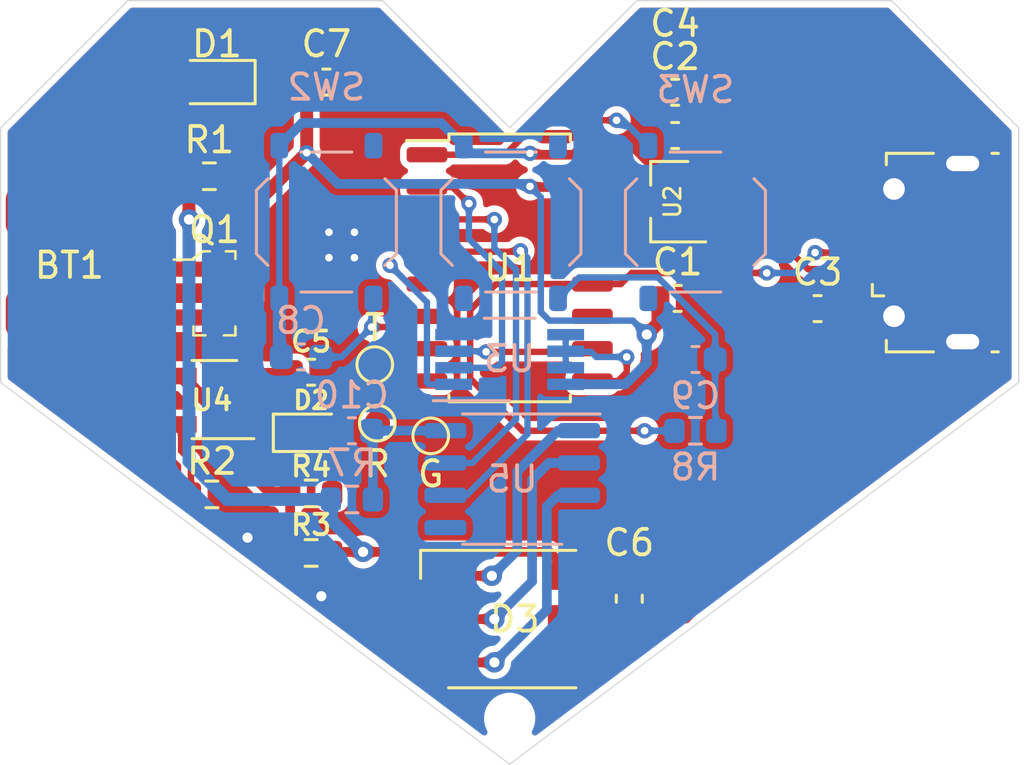
<source format=kicad_pcb>
(kicad_pcb (version 20171130) (host pcbnew "(5.1.8)-1")
  (title_block (title Girls'Gift) (date 2020-11-25) (rev "V0.8 Beta") (company lfdcn))
  (layers (0 F.Cu signal) (31 B.Cu signal) (34 B.Paste user) (35 F.Paste user) (36 B.SilkS user) (37 F.SilkS user) (38 B.Mask user) (39 F.Mask user) (44 Edge.Cuts user))
  (net 0 "")
  (net 1 GND)
  (net 2 +BATT)
  (net 3 VCC)
  (net 4 +3V3)
  (net 5 +5V)
  (net 6 /RST)
  (net 7 "Net-(C9-Pad2)")
  (net 8 "Net-(C10-Pad1)")
  (net 9 "Net-(D2-Pad2)")
  (net 10 "Net-(D2-Pad1)")
  (net 11 /OUTB)
  (net 12 /OUTG)
  (net 13 /OUTR)
  (net 14 /P30)
  (net 15 /P31)
  (net 16 /P36)
  (net 17 /P37)
  (net 18 "Net-(R2-Pad2)")
  (net 19 "Net-(R3-Pad2)")
  (net 20 /P32)
  (net 21 /P33)
  (net 22 /P11)
  (net 23 /P17)
  (net 24 /P16)
  (net 25 /P15)
  (net 26 /P14)
  (module Common:Via_1.5 (layer F.Cu) (at 165 98.2)
    (fp_text reference H1 hide)
    (fp_text value MountingHole)
    (pad "" np_thru_hole circle (at 0 0) (size 1.5 1.5) (drill 1.5) (layers *.Cu *.Mask))
  )
  (module TestPoint:TestPoint_Pad_D1.0mm (layer F.Cu) (at 159.7 84.3)
    (fp_text reference T (at 0 -1.448) (layer F.SilkS))
    (fp_text value TestPoint_Small)
    (pad 1 smd circle (at 0 0) (size 1 1) (layers F.Cu F.Mask) (net 15 /P31))
  )
  (module TestPoint:TestPoint_Pad_D1.0mm (layer F.Cu) (at 161.9 87.1)
    (fp_text reference G (at 0 1.5) (layer F.SilkS))
    (fp_text value TestPoint_Small)
    (pad 1 smd circle (at 0 0) (size 1 1) (layers F.Cu F.Mask) (net 1 GND))
  )
  (module TestPoint:TestPoint_Pad_D1.0mm (layer F.Cu) (at 159.8 86.6)
    (fp_text reference R (at 0 1.6) (layer F.SilkS))
    (fp_text value TestPoint_Small)
    (pad 1 smd circle (at 0 0) (size 1 1) (layers F.Cu F.Mask) (net 14 /P30))
  )
  (module Connector_USB:USB_Micro-B_Molex-105017-0001 (layer F.Cu) (at 181.5625 79.9 90)
    (fp_text reference J1 hide)
    (fp_text value USB_B_Micro)
    (pad 6 smd rect (at -2.9 1.2375 90) (size 1.2 1.9) (layers F.Cu F.Mask) (net 1 GND))
    (pad 6 smd rect (at 2.9 1.2375 90) (size 1.2 1.9) (layers F.Cu F.Mask) (net 1 GND))
    (pad 6 thru_hole oval (at 3.5 1.2375 90) (size 1.2 1.9) (drill oval 0.6 1.3) (layers *.Cu *.Mask) (net 1 GND))
    (pad 6 thru_hole oval (at -3.5 1.2375 270) (size 1.2 1.9) (drill oval 0.6 1.3) (layers *.Cu *.Mask) (net 1 GND))
    (pad 6 smd rect (at -1 1.2375 90) (size 1.5 1.9) (layers F.Cu F.Paste F.Mask) (net 1 GND))
    (pad 6 thru_hole circle (at 2.5 -1.4625 90) (size 1.45 1.45) (drill 0.85) (layers *.Cu *.Mask) (net 1 GND))
    (pad 3 smd rect (at 0 -1.4625 90) (size 0.4 1.35) (layers F.Cu F.Paste F.Mask) (net 16 /P36))
    (pad 4 smd rect (at 0.65 -1.4625 90) (size 0.4 1.35) (layers F.Cu F.Paste F.Mask))
    (pad 5 smd rect (at 1.3 -1.4625 90) (size 0.4 1.35) (layers F.Cu F.Paste F.Mask) (net 1 GND))
    (pad 1 smd rect (at -1.3 -1.4625 90) (size 0.4 1.35) (layers F.Cu F.Paste F.Mask) (net 5 +5V))
    (pad 2 smd rect (at -0.65 -1.4625 90) (size 0.4 1.35) (layers F.Cu F.Paste F.Mask) (net 17 /P37))
    (pad 6 thru_hole circle (at -2.5 -1.4625 90) (size 1.45 1.45) (drill 0.85) (layers *.Cu *.Mask) (net 1 GND))
    (pad 6 smd rect (at 1 1.2375 90) (size 1.5 1.9) (layers F.Cu F.Paste F.Mask) (net 1 GND))
  )
  (module Package_TO_SOT_SMD:SOT-23 (layer F.Cu) (at 171.3 77.9 180)
    (fp_text reference U2 (at -0.1 0 270) (layer F.SilkS) (effects (font (size 0.65 0.65) (thickness 0.11))))
    (fp_text value 662K)
    (pad 3 smd rect (at 1 0 180) (size 0.9 0.8) (layers F.Cu F.Paste F.Mask) (net 3 VCC))
    (pad 2 smd rect (at -1 0.95 180) (size 0.9 0.8) (layers F.Cu F.Paste F.Mask) (net 4 +3V3))
    (pad 1 smd rect (at -1 -0.95 180) (size 0.9 0.8) (layers F.Cu F.Paste F.Mask) (net 1 GND))
  )
  (module Diode_SMD:D_SOD-323 (layer F.Cu) (at 153.5 73.2 180)
    (fp_text reference D1 (at 0 1.5) (layer F.SilkS))
    (fp_text value 1N5817)
    (pad 1 smd rect (at -1.05 0 180) (size 0.6 0.45) (layers F.Cu F.Paste F.Mask) (net 3 VCC))
    (pad 2 smd rect (at 1.05 0 180) (size 0.6 0.45) (layers F.Cu F.Paste F.Mask) (net 5 +5V))
  )
  (module Package_SO:SOP-8_3.9x4.9mm_P1.27mm (layer B.Cu) (at 165.1 88.8 180)
    (fp_text reference U5 (at 0 0 180) (layer B.SilkS) (effects (justify mirror)))
    (fp_text value MT3111)
    (pad 1 smd roundrect (at -2.625 1.905 180) (size 1.65 0.6) (layers B.Cu B.Paste B.Mask) (net 13 /OUTR))
    (pad 2 smd roundrect (at -2.625 0.635 180) (size 1.65 0.6) (layers B.Cu B.Paste B.Mask) (net 12 /OUTG))
    (pad 3 smd roundrect (at -2.625 -0.635 180) (size 1.65 0.6) (layers B.Cu B.Paste B.Mask) (net 11 /OUTB))
    (pad 4 smd roundrect (at -2.625 -1.905 180) (size 1.65 0.6) (layers B.Cu B.Paste B.Mask) (net 1 GND))
    (pad 5 smd roundrect (at 2.625 -1.905 180) (size 1.65 0.6) (layers B.Cu B.Paste B.Mask))
    (pad 6 smd roundrect (at 2.625 -0.635 180) (size 1.65 0.6) (layers B.Cu B.Paste B.Mask) (net 24 /P16))
    (pad 7 smd roundrect (at 2.625 0.635 180) (size 1.65 0.6) (layers B.Cu B.Paste B.Mask) (net 25 /P15))
    (pad 8 smd roundrect (at 2.625 1.905 180) (size 1.65 0.6) (layers B.Cu B.Paste B.Mask) (net 8 "Net-(C10-Pad1)"))
  )
  (module Package_TO_SOT_SMD:TSOT-23-5 (layer F.Cu) (at 153.4 85.7 180)
    (fp_text reference U4 (at 0.1 0) (layer F.SilkS) (effects (font (size 0.8 0.8))))
    (fp_text value 4054)
    (pad 1 smd rect (at -1.31 -0.95 180) (size 1.22 0.65) (layers F.Cu F.Paste F.Mask) (net 10 "Net-(D2-Pad1)"))
    (pad 2 smd rect (at -1.31 0 180) (size 1.22 0.65) (layers F.Cu F.Paste F.Mask) (net 1 GND))
    (pad 3 smd rect (at -1.31 0.95 180) (size 1.22 0.65) (layers F.Cu F.Paste F.Mask) (net 2 +BATT))
    (pad 4 smd rect (at 1.31 0.95 180) (size 1.22 0.65) (layers F.Cu F.Paste F.Mask) (net 19 "Net-(R3-Pad2)"))
    (pad 5 smd rect (at 1.31 -0.95 180) (size 1.22 0.65) (layers F.Cu F.Paste F.Mask) (net 18 "Net-(R2-Pad2)"))
  )
  (module Package_SO:VSSOP-8_3.0x3.0mm_P0.65mm (layer B.Cu) (at 165 84.1)
    (fp_text reference U3 (at 0 -0.027002) (layer B.SilkS) (effects (justify mirror)))
    (fp_text value LM75B)
    (pad 1 smd rect (at -2.2 0.975 90) (size 0.45 1.45) (layers B.Cu B.Paste B.Mask) (net 23 /P17))
    (pad 2 smd rect (at -2.2 0.325 90) (size 0.45 1.45) (layers B.Cu B.Paste B.Mask) (net 26 /P14))
    (pad 3 smd rect (at -2.2 -0.325 90) (size 0.45 1.45) (layers B.Cu B.Paste B.Mask) (net 21 /P33))
    (pad 4 smd rect (at -2.2 -0.975 90) (size 0.45 1.45) (layers B.Cu B.Paste B.Mask) (net 1 GND))
    (pad 5 smd rect (at 2.2 -0.975 90) (size 0.45 1.45) (layers B.Cu B.Paste B.Mask) (net 22 /P11))
    (pad 6 smd rect (at 2.2 -0.325 90) (size 0.45 1.45) (layers B.Cu B.Paste B.Mask) (net 22 /P11))
    (pad 7 smd rect (at 2.2 0.325 90) (size 0.45 1.45) (layers B.Cu B.Paste B.Mask) (net 22 /P11))
    (pad 8 smd rect (at 2.2 0.975 90) (size 0.45 1.45) (layers B.Cu B.Paste B.Mask) (net 3 VCC))
  )
  (module Package_SO:SOP-16_4.55x10.3mm_P1.27mm (layer F.Cu) (at 165 80.5)
    (fp_text reference U1 (at 0 0) (layer F.SilkS))
    (fp_text value CH551G)
    (pad 1 smd roundrect (at -3.25 -4.445) (size 1.6 0.6) (layers F.Cu F.Paste F.Mask) (net 20 /P32))
    (pad 2 smd roundrect (at -3.25 -3.175) (size 1.6 0.6) (layers F.Cu F.Paste F.Mask) (net 26 /P14))
    (pad 3 smd roundrect (at -3.25 -1.905) (size 1.6 0.6) (layers F.Cu F.Paste F.Mask) (net 25 /P15))
    (pad 4 smd roundrect (at -3.25 -0.635) (size 1.6 0.6) (layers F.Cu F.Paste F.Mask) (net 24 /P16))
    (pad 5 smd roundrect (at -3.25 0.635) (size 1.6 0.6) (layers F.Cu F.Paste F.Mask) (net 23 /P17))
    (pad 6 smd roundrect (at -3.25 1.905) (size 1.6 0.6) (layers F.Cu F.Paste F.Mask) (net 6 /RST))
    (pad 7 smd roundrect (at -3.25 3.175) (size 1.6 0.6) (layers F.Cu F.Paste F.Mask) (net 15 /P31))
    (pad 8 smd roundrect (at -3.25 4.445) (size 1.6 0.6) (layers F.Cu F.Paste F.Mask) (net 14 /P30))
    (pad 9 smd roundrect (at 3.25 4.445) (size 1.6 0.6) (layers F.Cu F.Paste F.Mask) (net 22 /P11))
    (pad 10 smd roundrect (at 3.25 3.175) (size 1.6 0.6) (layers F.Cu F.Paste F.Mask) (net 21 /P33))
    (pad 11 smd roundrect (at 3.25 1.905) (size 1.6 0.6) (layers F.Cu F.Paste F.Mask))
    (pad 12 smd roundrect (at 3.25 0.635) (size 1.6 0.6) (layers F.Cu F.Paste F.Mask) (net 16 /P36))
    (pad 13 smd roundrect (at 3.25 -0.635) (size 1.6 0.6) (layers F.Cu F.Paste F.Mask) (net 17 /P37))
    (pad 14 smd roundrect (at 3.25 -1.905) (size 1.6 0.6) (layers F.Cu F.Paste F.Mask) (net 1 GND))
    (pad 15 smd roundrect (at 3.25 -3.175) (size 1.6 0.6) (layers F.Cu F.Paste F.Mask) (net 3 VCC))
    (pad 16 smd roundrect (at 3.25 -4.445) (size 1.6 0.6) (layers F.Cu F.Paste F.Mask) (net 4 +3V3))
  )
  (module Button_Switch_SMD:lfdcn_Button (layer B.Cu) (at 172.3 78.7 270)
    (fp_text reference SW3 (at -5.2 0) (layer B.SilkS) (effects (justify mirror)))
    (fp_text value USER)
    (pad 2 smd roundrect (at 3 -1.85 270) (size 1 0.7) (layers B.Cu B.Paste B.Mask) (net 1 GND))
    (pad 2 smd roundrect (at -3 -1.85 270) (size 1 0.7) (layers B.Cu B.Paste B.Mask) (net 1 GND))
    (pad 1 smd roundrect (at -3 1.85 270) (size 1 0.7) (layers B.Cu B.Paste B.Mask) (net 20 /P32))
    (pad 1 smd roundrect (at 3 1.85 270) (size 1 0.7) (layers B.Cu B.Paste B.Mask) (net 20 /P32))
  )
  (module Button_Switch_SMD:lfdcn_Button (layer B.Cu) (at 157.8 78.7 270)
    (fp_text reference SW2 (at -5.3 0 180) (layer B.SilkS) (effects (justify mirror)))
    (fp_text value RST)
    (pad 2 smd roundrect (at 3 -1.85 270) (size 1 0.7) (layers B.Cu B.Paste B.Mask) (net 6 /RST))
    (pad 2 smd roundrect (at -3 -1.85 270) (size 1 0.7) (layers B.Cu B.Paste B.Mask) (net 6 /RST))
    (pad 1 smd roundrect (at -3 1.85 270) (size 1 0.7) (layers B.Cu B.Paste B.Mask) (net 4 +3V3))
    (pad 1 smd roundrect (at 3 1.85 270) (size 1 0.7) (layers B.Cu B.Paste B.Mask) (net 4 +3V3))
  )
  (module Button_Switch_SMD:lfdcn_Button (layer B.Cu) (at 165.05 78.7 270)
    (fp_text reference SW1 hide)
    (fp_text value Download)
    (pad 2 smd roundrect (at 3 -1.85 270) (size 1 0.7) (layers B.Cu B.Paste B.Mask) (net 7 "Net-(C9-Pad2)"))
    (pad 2 smd roundrect (at -3 -1.85 270) (size 1 0.7) (layers B.Cu B.Paste B.Mask) (net 7 "Net-(C9-Pad2)"))
    (pad 1 smd roundrect (at -3 1.85 270) (size 1 0.7) (layers B.Cu B.Paste B.Mask) (net 4 +3V3))
    (pad 1 smd roundrect (at 3 1.85 270) (size 1 0.7) (layers B.Cu B.Paste B.Mask) (net 4 +3V3))
  )
  (module Resistor_SMD:R_0603_1608Metric (layer B.Cu) (at 172.3 86.9)
    (fp_text reference R8 (at 0 1.43) (layer B.SilkS) (effects (justify mirror)))
    (fp_text value 10K)
    (pad 1 smd roundrect (at -0.825 0) (size 0.8 0.95) (layers B.Cu B.Paste B.Mask) (net 16 /P36))
    (pad 2 smd roundrect (at 0.825 0) (size 0.8 0.95) (layers B.Cu B.Paste B.Mask) (net 7 "Net-(C9-Pad2)"))
  )
  (module Resistor_SMD:R_0603_1608Metric (layer B.Cu) (at 158.8 89.6 180)
    (fp_text reference R7 (at 0 1.43) (layer B.SilkS) (effects (justify mirror)))
    (fp_text value 100)
    (pad 1 smd roundrect (at -0.825 0 180) (size 0.8 0.95) (layers B.Cu B.Paste B.Mask) (net 8 "Net-(C10-Pad1)"))
    (pad 2 smd roundrect (at 0.825 0 180) (size 0.8 0.95) (layers B.Cu B.Paste B.Mask) (net 5 +5V))
  )
  (module Resistor_SMD:R_0603_1608Metric (layer F.Cu) (at 157.2 91.7)
    (fp_text reference R4 (at 0 -3.4) (layer F.SilkS) (effects (font (size 0.8 0.8))))
    (fp_text value 0.5Ω)
    (pad 1 smd roundrect (at -0.825 0) (size 0.8 0.95) (layers F.Cu F.Paste F.Mask) (net 19 "Net-(R3-Pad2)"))
    (pad 2 smd roundrect (at 0.825 0) (size 0.8 0.95) (layers F.Cu F.Paste F.Mask) (net 5 +5V))
  )
  (module Resistor_SMD:R_0603_1608Metric (layer F.Cu) (at 157.2 89.36 180)
    (fp_text reference R3 (at 0 -1.24) (layer F.SilkS) (effects (font (size 0.8 0.8))))
    (fp_text value 330R)
    (pad 1 smd roundrect (at -0.825 0 180) (size 0.8 0.95) (layers F.Cu F.Paste F.Mask) (net 9 "Net-(D2-Pad2)"))
    (pad 2 smd roundrect (at 0.825 0 180) (size 0.8 0.95) (layers F.Cu F.Paste F.Mask) (net 19 "Net-(R3-Pad2)"))
  )
  (module Resistor_SMD:R_0603_1608Metric (layer F.Cu) (at 153.3 89.4 180)
    (fp_text reference R2 (at 0 1.3) (layer F.SilkS))
    (fp_text value 2K)
    (pad 1 smd roundrect (at -0.825 0 180) (size 0.8 0.95) (layers F.Cu F.Paste F.Mask) (net 1 GND))
    (pad 2 smd roundrect (at 0.825 0 180) (size 0.8 0.95) (layers F.Cu F.Paste F.Mask) (net 18 "Net-(R2-Pad2)"))
  )
  (module Resistor_SMD:R_0603_1608Metric (layer F.Cu) (at 153.2 76.9)
    (fp_text reference R1 (at 0 -1.43) (layer F.SilkS))
    (fp_text value 10k)
    (pad 1 smd roundrect (at -0.825 0) (size 0.8 0.95) (layers F.Cu F.Paste F.Mask) (net 5 +5V))
    (pad 2 smd roundrect (at 0.825 0) (size 0.8 0.95) (layers F.Cu F.Paste F.Mask) (net 1 GND))
  )
  (module digikey-footprints:SOT-23-3 (layer F.Cu) (at 153.4 81.5)
    (fp_text reference Q1 (at 0 -2.5) (layer F.SilkS))
    (fp_text value AO3401A)
    (pad 3 smd rect (at 1.05 0) (size 1.3 0.6) (layers F.Cu F.Paste F.Mask) (net 3 VCC))
    (pad 2 smd rect (at -1.05 0.95) (size 1.3 0.6) (layers F.Cu F.Paste F.Mask) (net 2 +BATT))
    (pad 1 smd rect (at -1.05 -0.95) (size 1.3 0.6) (layers F.Cu F.Paste F.Mask) (net 5 +5V))
  )
  (module LED_SMD:LED_RGB_5050-6 (layer F.Cu) (at 165.1 94.3)
    (fp_text reference D3 (at 0.1 0 180) (layer F.SilkS))
    (fp_text value LED_RGB)
    (pad 1 smd rect (at -2.4 -1.7 90) (size 1.1 2) (layers F.Cu F.Paste F.Mask) (net 13 /OUTR))
    (pad 2 smd rect (at -2.4 0 90) (size 1.1 2) (layers F.Cu F.Paste F.Mask) (net 12 /OUTG))
    (pad 3 smd rect (at -2.4 1.7 90) (size 1.1 2) (layers F.Cu F.Paste F.Mask) (net 11 /OUTB))
    (pad 4 smd rect (at 2.4 1.7 90) (size 1.1 2) (layers F.Cu F.Paste F.Mask) (net 5 +5V))
    (pad 5 smd rect (at 2.4 0 90) (size 1.1 2) (layers F.Cu F.Paste F.Mask) (net 5 +5V))
    (pad 6 smd rect (at 2.4 -1.7 90) (size 1.1 2) (layers F.Cu F.Paste F.Mask) (net 5 +5V))
  )
  (module LED_SMD:LED_0603_1608Metric (layer F.Cu) (at 157.2 86.98)
    (fp_text reference D2 (at 0 -1.28) (layer F.SilkS) (effects (font (size 0.7 0.7))))
    (fp_text value LED_R)
    (pad 1 smd roundrect (at -0.7875 0) (size 0.875 0.95) (layers F.Cu F.Paste F.Mask) (net 10 "Net-(D2-Pad1)"))
    (pad 2 smd roundrect (at 0.7875 0) (size 0.875 0.95) (layers F.Cu F.Paste F.Mask) (net 9 "Net-(D2-Pad2)"))
  )
  (module Capacitor_SMD:C_0603_1608Metric (layer B.Cu) (at 158.8 86.9 180)
    (fp_text reference C10 (at 0 1.4) (layer B.SilkS) (effects (justify mirror)))
    (fp_text value 100nF)
    (pad 1 smd roundrect (at -0.775 0 180) (size 0.9 0.95) (layers B.Cu B.Paste B.Mask) (net 8 "Net-(C10-Pad1)"))
    (pad 2 smd roundrect (at 0.775 0 180) (size 0.9 0.95) (layers B.Cu B.Paste B.Mask) (net 1 GND))
  )
  (module Capacitor_SMD:C_0603_1608Metric (layer B.Cu) (at 172.3 84.1)
    (fp_text reference C9 (at 0 1.43) (layer B.SilkS) (effects (justify mirror)))
    (fp_text value 47pF)
    (pad 1 smd roundrect (at -0.775 0) (size 0.9 0.95) (layers B.Cu B.Paste B.Mask) (net 1 GND))
    (pad 2 smd roundrect (at 0.775 0) (size 0.9 0.95) (layers B.Cu B.Paste B.Mask) (net 7 "Net-(C9-Pad2)"))
  )
  (module Capacitor_SMD:C_0603_1608Metric (layer B.Cu) (at 156.8 84 180)
    (fp_text reference C8 (at 0 1.43) (layer B.SilkS) (effects (justify mirror)))
    (fp_text value 100nF)
    (pad 1 smd roundrect (at -0.775 0 180) (size 0.9 0.95) (layers B.Cu B.Paste B.Mask) (net 6 /RST))
    (pad 2 smd roundrect (at 0.775 0 180) (size 0.9 0.95) (layers B.Cu B.Paste B.Mask) (net 4 +3V3))
  )
  (module Capacitor_SMD:C_0603_1608Metric (layer F.Cu) (at 157.8 73.2 180)
    (fp_text reference C7 (at 0 1.5) (layer F.SilkS))
    (fp_text value 100nF)
    (pad 1 smd roundrect (at -0.775 0 180) (size 0.9 0.95) (layers F.Cu F.Paste F.Mask) (net 1 GND))
    (pad 2 smd roundrect (at 0.775 0 180) (size 0.9 0.95) (layers F.Cu F.Paste F.Mask) (net 3 VCC))
  )
  (module Capacitor_SMD:C_0603_1608Metric (layer F.Cu) (at 169.7 93.5 270)
    (fp_text reference C6 (at -2.2 0 180) (layer F.SilkS))
    (fp_text value 100nF)
    (pad 1 smd roundrect (at -0.775 0 270) (size 0.9 0.95) (layers F.Cu F.Paste F.Mask) (net 1 GND))
    (pad 2 smd roundrect (at 0.775 0 270) (size 0.9 0.95) (layers F.Cu F.Paste F.Mask) (net 5 +5V))
  )
  (module Capacitor_SMD:C_0603_1608Metric (layer F.Cu) (at 157.2 84.6)
    (fp_text reference C5 (at 0 -1.2) (layer F.SilkS) (effects (font (size 0.8 0.8))))
    (fp_text value 100nF)
    (pad 1 smd roundrect (at -0.775 0) (size 0.9 0.95) (layers F.Cu F.Paste F.Mask) (net 2 +BATT))
    (pad 2 smd roundrect (at 0.775 0) (size 0.9 0.95) (layers F.Cu F.Paste F.Mask) (net 1 GND))
  )
  (module Capacitor_SMD:C_0603_1608Metric (layer F.Cu) (at 171.5 73.6)
    (fp_text reference C4 (at 0 -2.7) (layer F.SilkS))
    (fp_text value 100nF)
    (pad 1 smd roundrect (at -0.775 0) (size 0.9 0.95) (layers F.Cu F.Paste F.Mask) (net 1 GND))
    (pad 2 smd roundrect (at 0.775 0) (size 0.9 0.95) (layers F.Cu F.Paste F.Mask) (net 4 +3V3))
  )
  (module Capacitor_SMD:C_0603_1608Metric (layer F.Cu) (at 177.1 82.1)
    (fp_text reference C3 (at 0 -1.43) (layer F.SilkS))
    (fp_text value 100nF)
    (pad 1 smd roundrect (at -0.775 0) (size 0.9 0.95) (layers F.Cu F.Paste F.Mask) (net 1 GND))
    (pad 2 smd roundrect (at 0.775 0) (size 0.9 0.95) (layers F.Cu F.Paste F.Mask) (net 5 +5V))
  )
  (module Capacitor_SMD:C_0603_1608Metric (layer F.Cu) (at 171.5 75.3 180)
    (fp_text reference C2 (at 0 3.1) (layer F.SilkS))
    (fp_text value 100nF)
    (pad 1 smd roundrect (at -0.775 0 180) (size 0.9 0.95) (layers F.Cu F.Paste F.Mask) (net 4 +3V3))
    (pad 2 smd roundrect (at 0.775 0 180) (size 0.9 0.95) (layers F.Cu F.Paste F.Mask) (net 1 GND))
  )
  (module Capacitor_SMD:C_0603_1608Metric (layer F.Cu) (at 171.6 81.7)
    (fp_text reference C1 (at 0 -1.43) (layer F.SilkS))
    (fp_text value 100nF)
    (pad 1 smd roundrect (at -0.775 0) (size 0.9 0.95) (layers F.Cu F.Paste F.Mask) (net 3 VCC))
    (pad 2 smd roundrect (at 0.775 0) (size 0.9 0.95) (layers F.Cu F.Paste F.Mask) (net 1 GND))
  )
  (module Battery:Battery_Li_8x9x3mm (layer F.Cu) (at 151.2 80.4 90)
    (fp_text reference BT1 (at 0 -3.5 180) (layer F.SilkS))
    (fp_text value Battery_3.7V)
    (pad 1 smd roundrect (at -1.9 -3.5 90) (size 2 5) (layers F.Cu F.Paste F.Mask) (net 2 +BATT))
    (pad 2 smd roundrect (at 2.1 -3.5 90) (size 2 5) (layers F.Cu F.Paste F.Mask) (net 1 GND))
  )
  (gr_line (start 185 75) (end 185 85) (layer Edge.Cuts) (width 0.05))
  (gr_line (start 165 100) (end 185 85) (layer Edge.Cuts) (width 0.05))
  (gr_line (start 145 85) (end 165 100) (layer Edge.Cuts) (width 0.05))
  (gr_line (start 145 80) (end 145 85) (layer Edge.Cuts) (width 0.05))
  (gr_line (start 145 75) (end 150 70) (layer Edge.Cuts) (width 0.05))
  (gr_line (start 145 80) (end 145 75) (layer Edge.Cuts) (width 0.05))
  (gr_line (start 180 70) (end 185 75) (layer Edge.Cuts) (width 0.05))
  (gr_line (start 170 70) (end 180 70) (layer Edge.Cuts) (width 0.05))
  (gr_line (start 165 75) (end 170 70) (layer Edge.Cuts) (width 0.05))
  (gr_line (start 160 70) (end 165 75) (layer Edge.Cuts) (width 0.05))
  (gr_line (start 150 70) (end 160 70) (layer Edge.Cuts) (width 0.05))
  (via (at 157.9 79.1) (size 0.6) (drill 0.3) (layers F.Cu B.Cu) (net 1))
  (via (at 158.9 79.1) (size 0.6) (drill 0.3) (layers F.Cu B.Cu) (net 1))
  (via (at 157.9 80.1) (size 0.6) (drill 0.3) (layers F.Cu B.Cu) (net 1))
  (via (at 158.9 80.1) (size 0.6) (drill 0.3) (layers F.Cu B.Cu) (net 1))
  (via (at 154.7 91.1) (size 0.8) (drill 0.4) (layers F.Cu B.Cu) (net 1))
  (via (at 157.6 93.4) (size 0.8) (drill 0.4) (layers F.Cu B.Cu) (net 1))
  (segment (start 154.71 84.75) (end 154.71 83.51) (width 0.635) (layer F.Cu) (net 2))
  (segment (start 153.65 82.45) (end 152.35 82.45) (width 0.635) (layer F.Cu) (net 2))
  (segment (start 154.71 83.51) (end 153.65 82.45) (width 0.635) (layer F.Cu) (net 2))
  (segment (start 147.7 82.3) (end 150.9 82.3) (width 0.635) (layer F.Cu) (net 2))
  (segment (start 151.05 82.45) (end 152.35 82.45) (width 0.635) (layer F.Cu) (net 2))
  (segment (start 150.9 82.3) (end 151.05 82.45) (width 0.635) (layer F.Cu) (net 2))
  (segment (start 156.275 84.75) (end 156.425 84.6) (width 0.635) (layer F.Cu) (net 2))
  (segment (start 154.71 84.75) (end 156.275 84.75) (width 0.635) (layer F.Cu) (net 2))
  (segment (start 169.725 77.325) (end 170.3 77.9) (width 0.381) (layer F.Cu) (net 3))
  (segment (start 168.25 77.325) (end 169.725 77.325) (width 0.381) (layer F.Cu) (net 3))
  (segment (start 157.025 73.2) (end 154.55 73.2) (width 0.508) (layer F.Cu) (net 3))
  (segment (start 157.025 75.975) (end 157.025 75.975) (width 0.508) (layer F.Cu) (net 3))
  (segment (start 154.45 78.55) (end 157.025 75.975) (width 0.508) (layer F.Cu) (net 3))
  (segment (start 154.45 81.5) (end 154.45 78.55) (width 0.508) (layer F.Cu) (net 3))
  (segment (start 170.825 82.680702) (end 170.387057 83.118645) (width 0.508) (layer F.Cu) (net 3))
  (segment (start 170.825 81.7) (end 170.825 82.680702) (width 0.508) (layer F.Cu) (net 3))
  (via (at 170.387057 83.118645) (size 0.8) (drill 0.4) (layers F.Cu B.Cu) (net 3))
  (segment (start 170.387057 84.234885) (end 170.387057 83.118645) (width 0.381) (layer B.Cu) (net 3))
  (segment (start 167.2 85.075) (end 169.546942 85.075) (width 0.381) (layer B.Cu) (net 3))
  (segment (start 169.546942 85.075) (end 170.387057 84.234885) (width 0.381) (layer B.Cu) (net 3))
  (segment (start 157.025 75.975) (end 157.025 73.2) (width 0.508) (layer F.Cu) (net 3))
  (via (at 157.025 75.975) (size 0.6) (drill 0.3) (layers F.Cu B.Cu) (net 3))
  (via (at 165.8 77.3) (size 0.6) (drill 0.3) (layers F.Cu B.Cu) (net 3))
  (segment (start 165.825 77.325) (end 165.8 77.3) (width 0.381) (layer F.Cu) (net 3))
  (segment (start 168.25 77.325) (end 165.825 77.325) (width 0.381) (layer F.Cu) (net 3))
  (segment (start 158.25 77.2) (end 157.025 75.975) (width 0.381) (layer B.Cu) (net 3))
  (segment (start 165.7 77.2) (end 158.25 77.2) (width 0.381) (layer B.Cu) (net 3))
  (segment (start 165.8 77.3) (end 165.7 77.2) (width 0.381) (layer B.Cu) (net 3))
  (segment (start 169.841411 82.572999) (end 170.387057 83.118645) (width 0.254) (layer B.Cu) (net 3))
  (segment (start 166.563047 82.572999) (end 169.841411 82.572999) (width 0.254) (layer B.Cu) (net 3))
  (segment (start 166.22299 82.232942) (end 166.563047 82.572999) (width 0.254) (layer B.Cu) (net 3))
  (segment (start 166.22299 77.72299) (end 166.22299 82.232942) (width 0.254) (layer B.Cu) (net 3))
  (segment (start 165.8 77.3) (end 166.22299 77.72299) (width 0.254) (layer B.Cu) (net 3))
  (segment (start 172.3 75.325) (end 172.275 75.3) (width 0.381) (layer F.Cu) (net 4))
  (segment (start 172.3 76.95) (end 172.3 75.325) (width 0.381) (layer F.Cu) (net 4))
  (segment (start 172.275 73.6) (end 172.275 75.3) (width 0.381) (layer F.Cu) (net 4))
  (segment (start 168.25 76.055) (end 169.355 76.055) (width 0.254) (layer F.Cu) (net 4))
  (segment (start 170.25 76.95) (end 172.3 76.95) (width 0.254) (layer F.Cu) (net 4))
  (segment (start 169.355 76.055) (end 170.25 76.95) (width 0.254) (layer F.Cu) (net 4))
  (segment (start 155.95 75.7) (end 155.95 81.7) (width 0.25) (layer B.Cu) (net 4))
  (via (at 165.8 76) (size 0.6) (drill 0.3) (layers F.Cu B.Cu) (net 4))
  (segment (start 165.855 76.055) (end 165.8 76) (width 0.381) (layer F.Cu) (net 4))
  (segment (start 168.25 76.055) (end 165.855 76.055) (width 0.381) (layer F.Cu) (net 4))
  (segment (start 163.5 76) (end 163.2 75.7) (width 0.381) (layer B.Cu) (net 4))
  (segment (start 165.8 76) (end 163.5 76) (width 0.381) (layer B.Cu) (net 4))
  (segment (start 162.30949 74.80949) (end 156.84051 74.80949) (width 0.381) (layer B.Cu) (net 4))
  (segment (start 156.84051 74.80949) (end 155.95 75.7) (width 0.381) (layer B.Cu) (net 4))
  (segment (start 163.2 75.7) (end 162.30949 74.80949) (width 0.381) (layer B.Cu) (net 4))
  (segment (start 155.95 83.925) (end 156.025 84) (width 0.508) (layer B.Cu) (net 4))
  (segment (start 155.95 81.7) (end 155.95 83.925) (width 0.508) (layer B.Cu) (net 4))
  (segment (start 180.1 81.2) (end 178.4 81.2) (width 0.381) (layer F.Cu) (net 5))
  (segment (start 177.875 81.725) (end 177.875 82.1) (width 0.381) (layer F.Cu) (net 5))
  (segment (start 178.4 81.2) (end 177.875 81.725) (width 0.381) (layer F.Cu) (net 5))
  (segment (start 177.875 82.1) (end 177.875 88.325) (width 0.381) (layer F.Cu) (net 5))
  (segment (start 171.925 94.275) (end 169.7 94.275) (width 0.381) (layer F.Cu) (net 5))
  (segment (start 177.875 88.325) (end 171.925 94.275) (width 0.381) (layer F.Cu) (net 5))
  (segment (start 167.525 94.275) (end 167.5 94.3) (width 0.381) (layer F.Cu) (net 5))
  (segment (start 169.7 94.275) (end 167.525 94.275) (width 0.381) (layer F.Cu) (net 5))
  (segment (start 167.5 92.6) (end 167.5 96) (width 0.381) (layer F.Cu) (net 5))
  (segment (start 158.065501 91.659499) (end 158.025 91.7) (width 0.381) (layer F.Cu) (net 5))
  (segment (start 166.559499 91.659499) (end 159.240501 91.659499) (width 0.381) (layer F.Cu) (net 5))
  (segment (start 167.5 92.6) (end 166.559499 91.659499) (width 0.381) (layer F.Cu) (net 5))
  (segment (start 159.240501 91.659499) (end 158.065501 91.659499) (width 0.381) (layer F.Cu) (net 5))
  (via (at 159.240501 91.659499) (size 0.8) (drill 0.4) (layers F.Cu B.Cu) (net 5))
  (segment (start 158 89.625) (end 157.975 89.6) (width 0.508) (layer B.Cu) (net 5))
  (segment (start 158 90.418998) (end 158 89.625) (width 0.508) (layer B.Cu) (net 5))
  (segment (start 159.240501 91.659499) (end 158 90.418998) (width 0.508) (layer B.Cu) (net 5))
  (via (at 152.4 78.6) (size 0.8) (drill 0.4) (layers F.Cu B.Cu) (net 5))
  (segment (start 152.4 76.925) (end 152.375 76.9) (width 0.508) (layer F.Cu) (net 5))
  (segment (start 152.4 78.6) (end 152.4 76.925) (width 0.508) (layer F.Cu) (net 5))
  (segment (start 152.4 80.5) (end 152.35 80.55) (width 0.508) (layer F.Cu) (net 5))
  (segment (start 152.4 78.6) (end 152.4 80.5) (width 0.508) (layer F.Cu) (net 5))
  (segment (start 152.375 73.275) (end 152.45 73.2) (width 0.508) (layer F.Cu) (net 5))
  (segment (start 152.375 76.9) (end 152.375 73.275) (width 0.508) (layer F.Cu) (net 5))
  (segment (start 152.4 88.1) (end 152.4 78.6) (width 0.508) (layer B.Cu) (net 5))
  (segment (start 153.9 89.6) (end 152.4 88.1) (width 0.508) (layer B.Cu) (net 5))
  (segment (start 157.975 89.6) (end 153.9 89.6) (width 0.508) (layer B.Cu) (net 5))
  (segment (start 159.575 81.775) (end 159.65 81.7) (width 0.25) (layer B.Cu) (net 6))
  (segment (start 159.575 82.825) (end 159.575 81.775) (width 0.25) (layer B.Cu) (net 6))
  (via (at 159.575 82.825) (size 0.6) (drill 0.3) (layers F.Cu B.Cu) (net 6))
  (segment (start 159.575 82.825) (end 160.175 82.825) (width 0.25) (layer F.Cu) (net 6))
  (segment (start 160.595 82.405) (end 161.75 82.405) (width 0.25) (layer F.Cu) (net 6))
  (segment (start 160.175 82.825) (end 160.595 82.405) (width 0.25) (layer F.Cu) (net 6))
  (segment (start 158.4 84) (end 157.575 84) (width 0.254) (layer B.Cu) (net 6))
  (segment (start 159.575 82.825) (end 158.4 84) (width 0.254) (layer B.Cu) (net 6))
  (segment (start 173.075 86.85) (end 173.125 86.9) (width 0.25) (layer B.Cu) (net 7))
  (segment (start 173.075 84.1) (end 173.075 86.85) (width 0.25) (layer B.Cu) (net 7))
  (segment (start 166.9 81.7) (end 167.72501 80.87499) (width 0.25) (layer B.Cu) (net 7))
  (segment (start 170.832114 80.87499) (end 173.075 83.117876) (width 0.25) (layer B.Cu) (net 7))
  (segment (start 167.72501 80.87499) (end 170.832114 80.87499) (width 0.25) (layer B.Cu) (net 7))
  (segment (start 173.075 83.117876) (end 173.075 84.1) (width 0.25) (layer B.Cu) (net 7))
  (segment (start 159.625 86.95) (end 159.575 86.9) (width 0.381) (layer B.Cu) (net 8))
  (segment (start 159.625 89.6) (end 159.625 86.95) (width 0.381) (layer B.Cu) (net 8))
  (segment (start 159.58 86.895) (end 159.575 86.9) (width 0.381) (layer B.Cu) (net 8))
  (segment (start 162.475 86.895) (end 159.58 86.895) (width 0.381) (layer B.Cu) (net 8))
  (segment (start 158.025 87.0175) (end 157.9875 86.98) (width 0.381) (layer F.Cu) (net 9))
  (segment (start 158.025 89.36) (end 158.025 87.0175) (width 0.381) (layer F.Cu) (net 9))
  (segment (start 156.0825 86.65) (end 156.4125 86.98) (width 0.381) (layer F.Cu) (net 10))
  (segment (start 154.71 86.65) (end 156.0825 86.65) (width 0.381) (layer F.Cu) (net 10))
  (via (at 164.4 96) (size 0.8) (drill 0.4) (layers F.Cu B.Cu) (net 11))
  (segment (start 162.7 96) (end 164.4 96) (width 0.381) (layer F.Cu) (net 11))
  (segment (start 167.725 89.435) (end 166.9 89.435) (width 0.381) (layer B.Cu) (net 11))
  (segment (start 166.9 89.435) (end 166.462022 89.872978) (width 0.381) (layer B.Cu) (net 11))
  (segment (start 166.462022 89.872978) (end 166.462022 93.937978) (width 0.381) (layer B.Cu) (net 11))
  (segment (start 166.462022 93.937978) (end 164.4 96) (width 0.381) (layer B.Cu) (net 11))
  (via (at 164.39999 94.3) (size 0.8) (drill 0.4) (layers F.Cu B.Cu) (net 12))
  (segment (start 162.7 94.3) (end 164.39999 94.3) (width 0.381) (layer F.Cu) (net 12))
  (segment (start 167.725 88.165) (end 166.535 88.165) (width 0.381) (layer B.Cu) (net 12))
  (segment (start 166.535 88.165) (end 165.881011 88.818989) (width 0.381) (layer B.Cu) (net 12))
  (segment (start 165.881011 88.818989) (end 165.881011 92.818979) (width 0.381) (layer B.Cu) (net 12))
  (segment (start 165.881011 92.818979) (end 164.39999 94.3) (width 0.381) (layer B.Cu) (net 12))
  (via (at 164.299994 92.6) (size 0.8) (drill 0.4) (layers F.Cu B.Cu) (net 13))
  (segment (start 162.7 92.6) (end 164.299994 92.6) (width 0.381) (layer F.Cu) (net 13))
  (segment (start 165.3 88.495) (end 165.3 91.599994) (width 0.381) (layer B.Cu) (net 13))
  (segment (start 166.9 86.895) (end 165.3 88.495) (width 0.381) (layer B.Cu) (net 13))
  (segment (start 165.3 91.599994) (end 164.299994 92.6) (width 0.381) (layer B.Cu) (net 13))
  (segment (start 167.725 86.895) (end 166.9 86.895) (width 0.381) (layer B.Cu) (net 13))
  (segment (start 160.555 84.945) (end 161.75 84.945) (width 0.254) (layer F.Cu) (net 14))
  (segment (start 159.7 85.8) (end 160.555 84.945) (width 0.254) (layer F.Cu) (net 14))
  (segment (start 159.7 86.5) (end 159.8 86.6) (width 0.254) (layer F.Cu) (net 14))
  (segment (start 159.7 85.8) (end 159.7 86.5) (width 0.254) (layer F.Cu) (net 14))
  (segment (start 161.625 83.8) (end 161.75 83.675) (width 0.254) (layer F.Cu) (net 15))
  (segment (start 159.7 84.3) (end 160.3 83.7) (width 0.25) (layer F.Cu) (net 15))
  (segment (start 161.725 83.7) (end 161.75 83.675) (width 0.25) (layer F.Cu) (net 15))
  (segment (start 160.3 83.7) (end 161.725 83.7) (width 0.25) (layer F.Cu) (net 15))
  (via (at 175.1 80.7) (size 0.6) (drill 0.3) (layers F.Cu B.Cu) (net 16))
  (segment (start 169.8 80.7) (end 175.1 80.7) (width 0.254) (layer F.Cu) (net 16))
  (segment (start 169.365 81.135) (end 169.8 80.7) (width 0.254) (layer F.Cu) (net 16))
  (segment (start 168.25 81.135) (end 169.365 81.135) (width 0.254) (layer F.Cu) (net 16))
  (via (at 177 79.9) (size 0.6) (drill 0.3) (layers F.Cu B.Cu) (net 16))
  (segment (start 180.1 79.9) (end 177 79.9) (width 0.254) (layer F.Cu) (net 16))
  (segment (start 175.1 80.7) (end 176.2 80.7) (width 0.254) (layer B.Cu) (net 16))
  (segment (start 176.2 80.7) (end 177 79.9) (width 0.254) (layer B.Cu) (net 16))
  (via (at 170.3 86.9) (size 0.6) (drill 0.3) (layers F.Cu B.Cu) (net 16))
  (segment (start 170.3 86.9) (end 171.475 86.9) (width 0.254) (layer B.Cu) (net 16))
  (segment (start 163.447999 84.847999) (end 165.5 86.9) (width 0.254) (layer F.Cu) (net 16))
  (segment (start 165.5 86.9) (end 170.3 86.9) (width 0.254) (layer F.Cu) (net 16))
  (segment (start 163.447999 82.152001) (end 163.447999 84.847999) (width 0.254) (layer F.Cu) (net 16))
  (segment (start 164.465 81.135) (end 163.447999 82.152001) (width 0.254) (layer F.Cu) (net 16))
  (segment (start 168.25 81.135) (end 164.465 81.135) (width 0.254) (layer F.Cu) (net 16))
  (segment (start 180.1 80.55) (end 176.722038 80.55) (width 0.254) (layer F.Cu) (net 17))
  (segment (start 176.722038 80.55) (end 176.037038 79.865) (width 0.254) (layer F.Cu) (net 17))
  (segment (start 176.037038 79.865) (end 168.25 79.865) (width 0.254) (layer F.Cu) (net 17))
  (segment (start 152.09 86.65) (end 152.09 87.69) (width 0.254) (layer F.Cu) (net 18))
  (segment (start 152.475 88.075) (end 152.475 89.4) (width 0.254) (layer F.Cu) (net 18))
  (segment (start 152.09 87.69) (end 152.475 88.075) (width 0.254) (layer F.Cu) (net 18))
  (segment (start 156.375 91.7) (end 156.375 89.36) (width 0.381) (layer F.Cu) (net 19))
  (segment (start 153.4 87.092202) (end 153.4 86.06) (width 0.508) (layer F.Cu) (net 19))
  (segment (start 155.667798 89.36) (end 153.4 87.092202) (width 0.508) (layer F.Cu) (net 19))
  (segment (start 153.4 86.06) (end 152.09 84.75) (width 0.508) (layer F.Cu) (net 19))
  (segment (start 156.375 89.36) (end 155.667798 89.36) (width 0.508) (layer F.Cu) (net 19))
  (segment (start 164.817038 76.055) (end 166.172038 74.7) (width 0.254) (layer F.Cu) (net 20))
  (via (at 169.2 74.7) (size 0.6) (drill 0.3) (layers F.Cu B.Cu) (net 20))
  (segment (start 166.172038 74.7) (end 169.2 74.7) (width 0.254) (layer F.Cu) (net 20))
  (segment (start 161.75 76.055) (end 164.817038 76.055) (width 0.254) (layer F.Cu) (net 20))
  (segment (start 169.45 74.7) (end 170.45 75.7) (width 0.254) (layer B.Cu) (net 20))
  (segment (start 169.2 74.7) (end 169.45 74.7) (width 0.254) (layer B.Cu) (net 20))
  (via (at 164.075 83.8) (size 0.6) (drill 0.3) (layers F.Cu B.Cu) (net 21))
  (segment (start 164.05 83.775) (end 164.075 83.8) (width 0.25) (layer B.Cu) (net 21))
  (segment (start 162.8 83.775) (end 164.05 83.775) (width 0.25) (layer B.Cu) (net 21))
  (segment (start 168.125 83.8) (end 168.25 83.675) (width 0.25) (layer F.Cu) (net 21))
  (segment (start 164.075 83.8) (end 168.125 83.8) (width 0.25) (layer F.Cu) (net 21))
  (segment (start 167.2 83.125) (end 167.2 84.425) (width 0.25) (layer B.Cu) (net 22))
  (via (at 169.6 84) (size 0.6) (drill 0.3) (layers F.Cu B.Cu) (net 22))
  (segment (start 169.6 84.6) (end 169.6 84) (width 0.25) (layer F.Cu) (net 22))
  (segment (start 169.255 84.945) (end 169.6 84.6) (width 0.25) (layer F.Cu) (net 22))
  (segment (start 168.25 84.945) (end 169.255 84.945) (width 0.25) (layer F.Cu) (net 22))
  (segment (start 168.2 83.8) (end 167.225 83.8) (width 0.25) (layer B.Cu) (net 22))
  (segment (start 168.4 84) (end 168.2 83.8) (width 0.25) (layer B.Cu) (net 22))
  (segment (start 167.225 83.8) (end 167.2 83.775) (width 0.25) (layer B.Cu) (net 22))
  (segment (start 169.6 84) (end 168.4 84) (width 0.25) (layer B.Cu) (net 22))
  (via (at 160.3 80.4) (size 0.6) (drill 0.3) (layers F.Cu B.Cu) (net 23))
  (segment (start 161.749999 84.999999) (end 161.749999 81.849999) (width 0.25) (layer B.Cu) (net 23))
  (segment (start 161.825 85.075) (end 161.749999 84.999999) (width 0.25) (layer B.Cu) (net 23))
  (segment (start 161.749999 81.849999) (end 160.3 80.4) (width 0.25) (layer B.Cu) (net 23))
  (segment (start 162.8 85.075) (end 161.825 85.075) (width 0.25) (layer B.Cu) (net 23))
  (segment (start 161.035 81.135) (end 161.75 81.135) (width 0.25) (layer F.Cu) (net 23))
  (segment (start 160.3 80.4) (end 161.035 81.135) (width 0.25) (layer F.Cu) (net 23))
  (via (at 165.42501 79.828784) (size 0.6) (drill 0.3) (layers F.Cu B.Cu) (net 24))
  (segment (start 161.75 79.865) (end 165.388794 79.865) (width 0.25) (layer F.Cu) (net 24))
  (segment (start 165.388794 79.865) (end 165.42501 79.828784) (width 0.25) (layer F.Cu) (net 24))
  (segment (start 165.7 87.035) (end 165.7 80.103774) (width 0.25) (layer B.Cu) (net 24))
  (segment (start 163.3 89.435) (end 165.7 87.035) (width 0.25) (layer B.Cu) (net 24))
  (segment (start 162.475 89.435) (end 163.3 89.435) (width 0.25) (layer B.Cu) (net 24))
  (segment (start 165.7 80.103774) (end 165.42501 79.828784) (width 0.25) (layer B.Cu) (net 24))
  (segment (start 164.395 78.595) (end 164.4 78.6) (width 0.25) (layer F.Cu) (net 25))
  (segment (start 161.75 78.595) (end 164.395 78.595) (width 0.25) (layer F.Cu) (net 25))
  (via (at 164.4 78.6) (size 0.6) (drill 0.3) (layers F.Cu B.Cu) (net 25))
  (segment (start 162.475 88.165) (end 163.535 88.165) (width 0.25) (layer B.Cu) (net 25))
  (segment (start 163.535 88.165) (end 165.249989 86.450011) (width 0.25) (layer B.Cu) (net 25))
  (segment (start 165.249989 86.450011) (end 165.249989 80.574253) (width 0.25) (layer B.Cu) (net 25))
  (segment (start 165.249989 80.574253) (end 164.4 79.724264) (width 0.25) (layer B.Cu) (net 25))
  (segment (start 164.4 79.724264) (end 164.4 78.6) (width 0.25) (layer B.Cu) (net 25))
  (via (at 163.4 77.97) (size 0.6) (drill 0.3) (layers F.Cu B.Cu) (net 26))
  (segment (start 162.755 77.325) (end 161.75 77.325) (width 0.25) (layer F.Cu) (net 26))
  (segment (start 163.4 77.97) (end 162.755 77.325) (width 0.25) (layer F.Cu) (net 26))
  (segment (start 163.4 79.360674) (end 163.4 77.97) (width 0.25) (layer B.Cu) (net 26))
  (segment (start 164.700001 80.660675) (end 163.4 79.360674) (width 0.25) (layer B.Cu) (net 26))
  (segment (start 164.700001 84.2) (end 164.700001 80.660675) (width 0.25) (layer B.Cu) (net 26))
  (segment (start 164.475001 84.425) (end 164.700001 84.2) (width 0.25) (layer B.Cu) (net 26))
  (segment (start 162.8 84.425) (end 164.475001 84.425) (width 0.25) (layer B.Cu) (net 26))
  (zone (net 1) (net_name GND) (layer F.Cu) (priority 2) (connect_pads yes (clearance 0.254)) (min_thickness 0.254) (fill yes (arc_segments 32) (thermal_gap 0.508) (thermal_bridge_width 0.508) (smoothing fillet) (radius 0.5))
    (polygon (pts (xy 165 75) (xy 170 70) (xy 180 70) (xy 185 75) (xy 185 85) (xy 165 100) (xy 145 85) (xy 145 75) (xy 150 70) (xy 160 70)))
  )
  (zone (net 1) (net_name GND) (layer B.Cu) (connect_pads yes (clearance 0.254)) (min_thickness 0.254) (fill yes (arc_segments 32) (thermal_gap 0.508) (thermal_bridge_width 0.508) (smoothing fillet) (radius 0.5))
    (polygon (pts (xy 165 75) (xy 170 70) (xy 180 70) (xy 185 75) (xy 185 85) (xy 165 100) (xy 145 85) (xy 145 75) (xy 150 70) (xy 160 70)))
  )
  (zone (net 2) (net_name +BATT) (layer F.Cu) (priority 16962) (connect_pads yes (clearance 0.2)) (min_thickness 0.0254) (fill yes (arc_segments 32) (thermal_gap 0.508) (thermal_bridge_width 0.508))
    (polygon (pts (xy 149.347691 81.9825) (xy 149.237803 81.978675) (xy 149.131589 81.9672) (xy 149.029049 81.948075) (xy 148.930183 81.9213) (xy 148.834991 81.886875) (xy 148.743473 81.8448) (xy 148.655629 81.795075) (xy 148.571459 81.7377) (xy 148.490963 81.672675) (xy 148.414142 81.6) (xy 147.2 82.3) (xy 148.414142 83) (xy 148.490963 82.927324) (xy 148.571459 82.862299) (xy 148.655629 82.804924) (xy 148.743473 82.755199) (xy 148.834991 82.713124) (xy 148.930183 82.678699) (xy 149.029049 82.651924) (xy 149.131589 82.632799) (xy 149.237803 82.621324) (xy 149.347691 82.6175)))
  )
  (zone (net 3) (net_name VCC) (layer F.Cu) (priority 16962) (connect_pads yes (clearance 0.2)) (min_thickness 0.0254) (fill yes (arc_segments 32) (thermal_gap 0.508) (thermal_bridge_width 0.508))
    (polygon (pts (xy 169.797601 77.667009) (xy 169.817286 77.687959) (xy 169.834873 77.709343) (xy 169.850361 77.73116) (xy 169.863751 77.75341) (xy 169.875042 77.776092) (xy 169.884235 77.799208) (xy 169.891329 77.822756) (xy 169.896325 77.846738) (xy 169.899222 77.871152) (xy 169.900021 77.896) (xy 170.441421 78.041421) (xy 170.296 77.500021) (xy 170.271152 77.499222) (xy 170.246738 77.496325) (xy 170.222756 77.491329) (xy 170.199208 77.484235) (xy 170.176092 77.475042) (xy 170.15341 77.463751) (xy 170.13116 77.450361) (xy 170.109343 77.434873) (xy 170.087959 77.417286) (xy 170.067009 77.397601)))
  )
  (zone (net 3) (net_name VCC) (layer F.Cu) (priority 16962) (connect_pads yes (clearance 0.2)) (min_thickness 0.0254) (fill yes (arc_segments 32) (thermal_gap 0.508) (thermal_bridge_width 0.508))
    (polygon (pts (xy 168.64 77.1345) (xy 168.610046 77.134305) (xy 168.582843 77.13372) (xy 168.558391 77.132745) (xy 168.536689 77.13138) (xy 168.517738 77.129625) (xy 168.501538 77.12748) (xy 168.488088 77.124945) (xy 168.477388 77.12202) (xy 168.46944 77.118705) (xy 168.464242 77.115) (xy 168.1 77.325) (xy 168.464242 77.535) (xy 168.46944 77.531294) (xy 168.477388 77.527979) (xy 168.488088 77.525054) (xy 168.501538 77.522519) (xy 168.517738 77.520374) (xy 168.536689 77.518619) (xy 168.558391 77.517254) (xy 168.582843 77.516279) (xy 168.610046 77.515694) (xy 168.64 77.5155)))
  )
  (zone (net 3) (net_name VCC) (layer F.Cu) (priority 16962) (connect_pads yes (clearance 0.2)) (min_thickness 0.0254) (fill yes (arc_segments 32) (thermal_gap 0.508) (thermal_bridge_width 0.508))
    (polygon (pts (xy 156.44 73.454) (xy 156.479328 73.45461) (xy 156.515775 73.45644) (xy 156.549341 73.45949) (xy 156.580026 73.46376) (xy 156.607831 73.46925) (xy 156.632754 73.47596) (xy 156.654796 73.48389) (xy 156.673957 73.49304) (xy 156.690237 73.50341) (xy 156.703636 73.515) (xy 157.25 73.2) (xy 156.703636 72.885) (xy 156.690237 72.89659) (xy 156.673957 72.90696) (xy 156.654796 72.91611) (xy 156.632754 72.92404) (xy 156.607831 72.93075) (xy 156.580026 72.93624) (xy 156.549341 72.94051) (xy 156.515775 72.94356) (xy 156.479328 72.94539) (xy 156.44 72.946)))
  )
  (zone (net 3) (net_name VCC) (layer F.Cu) (priority 16962) (connect_pads yes (clearance 0.2)) (min_thickness 0.0254) (fill yes (arc_segments 32) (thermal_gap 0.508) (thermal_bridge_width 0.508))
    (polygon (pts (xy 170.575147 82.571345) (xy 170.546722 82.599401) (xy 170.520524 82.624497) (xy 170.496551 82.646631) (xy 170.474803 82.665805) (xy 170.455282 82.682017) (xy 170.437985 82.695269) (xy 170.422915 82.705559) (xy 170.41007 82.712889) (xy 170.39945 82.717258) (xy 170.391057 82.718666) (xy 170.245636 83.260066) (xy 170.787036 83.114645) (xy 170.788443 83.106251) (xy 170.792812 83.095631) (xy 170.800142 83.082786) (xy 170.810432 83.067716) (xy 170.823684 83.05042) (xy 170.839896 83.030898) (xy 170.85907 83.00915) (xy 170.881204 82.985177) (xy 170.9063 82.958979) (xy 170.934357 82.930555)))
  )
  (zone (net 3) (net_name VCC) (layer F.Cu) (priority 16962) (connect_pads yes (clearance 0.2)) (min_thickness 0.0254) (fill yes (arc_segments 32) (thermal_gap 0.508) (thermal_bridge_width 0.508))
    (polygon (pts (xy 171.079 82.285) (xy 171.07961 82.245671) (xy 171.08144 82.209224) (xy 171.08449 82.175658) (xy 171.08876 82.144973) (xy 171.09425 82.117169) (xy 171.10096 82.092245) (xy 171.10889 82.070203) (xy 171.11804 82.051042) (xy 171.12841 82.034762) (xy 171.14 82.021364) (xy 170.825 81.475) (xy 170.51 82.021364) (xy 170.52159 82.034762) (xy 170.53196 82.051042) (xy 170.54111 82.070203) (xy 170.54904 82.092245) (xy 170.55575 82.117169) (xy 170.56124 82.144973) (xy 170.56551 82.175658) (xy 170.56856 82.209224) (xy 170.57039 82.245671) (xy 170.571 82.285)))
  )
  (zone (net 3) (net_name VCC) (layer B.Cu) (priority 16962) (connect_pads yes (clearance 0.2)) (min_thickness 0.0254) (fill yes (arc_segments 32) (thermal_gap 0.508) (thermal_bridge_width 0.508))
    (polygon (pts (xy 170.577557 83.638644) (xy 170.578451 83.609909) (xy 170.581136 83.582353) (xy 170.585611 83.555974) (xy 170.591876 83.530774) (xy 170.599931 83.506751) (xy 170.609776 83.483905) (xy 170.621411 83.462238) (xy 170.634836 83.441748) (xy 170.650051 83.422436) (xy 170.667057 83.404302) (xy 170.387057 82.918645) (xy 170.107057 83.404302) (xy 170.124062 83.422436) (xy 170.139277 83.441748) (xy 170.152702 83.462238) (xy 170.164337 83.483905) (xy 170.174182 83.506751) (xy 170.182237 83.530774) (xy 170.188502 83.555974) (xy 170.192977 83.582353) (xy 170.195662 83.609909) (xy 170.196557 83.638644)))
  )
  (zone (net 3) (net_name VCC) (layer F.Cu) (priority 16962) (connect_pads yes (clearance 0.2)) (min_thickness 0.0254) (fill yes (arc_segments 32) (thermal_gap 0.508) (thermal_bridge_width 0.508))
    (polygon (pts (xy 157.279 73.785) (xy 157.27961 73.745671) (xy 157.28144 73.709224) (xy 157.28449 73.675658) (xy 157.28876 73.644973) (xy 157.29425 73.617169) (xy 157.30096 73.592245) (xy 157.30889 73.570203) (xy 157.31804 73.551042) (xy 157.32841 73.534762) (xy 157.34 73.521364) (xy 157.025 72.975) (xy 156.71 73.521364) (xy 156.72159 73.534762) (xy 156.73196 73.551042) (xy 156.74111 73.570203) (xy 156.74904 73.592245) (xy 156.75575 73.617169) (xy 156.76124 73.644973) (xy 156.76551 73.675658) (xy 156.76856 73.709224) (xy 156.77039 73.745671) (xy 156.771 73.785)))
  )
  (zone (net 3) (net_name VCC) (layer F.Cu) (priority 16962) (connect_pads yes (clearance 0.2)) (min_thickness 0.0254) (fill yes (arc_segments 32) (thermal_gap 0.508) (thermal_bridge_width 0.508))
    (polygon (pts (xy 166.215 77.1345) (xy 166.180296 77.129555) (xy 166.148843 77.12472) (xy 166.120641 77.119995) (xy 166.095689 77.11538) (xy 166.073988 77.110875) (xy 166.055538 77.10648) (xy 166.040338 77.102195) (xy 166.028388 77.09802) (xy 166.01969 77.093955) (xy 166.014242 77.09) (xy 165.65 77.3) (xy 166.014242 77.51) (xy 166.01969 77.506544) (xy 166.028388 77.503979) (xy 166.040338 77.502304) (xy 166.055538 77.501519) (xy 166.073988 77.501624) (xy 166.095689 77.502619) (xy 166.120641 77.504504) (xy 166.148843 77.507279) (xy 166.180296 77.510944) (xy 166.215 77.5155)))
  )
  (zone (net 3) (net_name VCC) (layer F.Cu) (priority 16962) (connect_pads yes (clearance 0.2)) (min_thickness 0.0254) (fill yes (arc_segments 32) (thermal_gap 0.508) (thermal_bridge_width 0.508))
    (polygon (pts (xy 167.86 77.5155) (xy 167.889953 77.515694) (xy 167.917156 77.516279) (xy 167.941608 77.517254) (xy 167.96331 77.518619) (xy 167.982261 77.520374) (xy 167.998462 77.522519) (xy 168.011911 77.525054) (xy 168.022611 77.527979) (xy 168.030559 77.531294) (xy 168.035758 77.535) (xy 168.4 77.325) (xy 168.035758 77.115) (xy 168.030559 77.118705) (xy 168.022611 77.12202) (xy 168.011911 77.124945) (xy 167.998462 77.12748) (xy 167.982261 77.129625) (xy 167.96331 77.13138) (xy 167.941608 77.132745) (xy 167.917156 77.13372) (xy 167.889953 77.134305) (xy 167.86 77.1345)))
  )
  (zone (net 3) (net_name VCC) (layer B.Cu) (priority 16962) (connect_pads yes (clearance 0.2)) (min_thickness 0.0254) (fill yes (arc_segments 32) (thermal_gap 0.508) (thermal_bridge_width 0.508))
    (polygon (pts (xy 157.435475 76.116067) (xy 157.414432 76.094748) (xy 157.39561 76.0751) (xy 157.379009 76.05712) (xy 157.364629 76.04081) (xy 157.35247 76.026168) (xy 157.342531 76.013196) (xy 157.334813 76.001893) (xy 157.329316 75.992259) (xy 157.326039 75.984295) (xy 157.324984 75.978) (xy 156.918934 75.868934) (xy 157.028 76.274984) (xy 157.034295 76.276039) (xy 157.042259 76.279316) (xy 157.051893 76.284813) (xy 157.063196 76.292531) (xy 157.076168 76.30247) (xy 157.09081 76.314629) (xy 157.10712 76.329009) (xy 157.1251 76.34561) (xy 157.144748 76.364432) (xy 157.166067 76.385475)))
  )
  (zone (net 3) (net_name VCC) (layer B.Cu) (priority 16962) (connect_pads yes (clearance 0.2)) (min_thickness 0.0254) (fill yes (arc_segments 32) (thermal_gap 0.508) (thermal_bridge_width 0.508))
    (polygon (pts (xy 165.31 77.3905) (xy 165.358953 77.409694) (xy 165.403156 77.427279) (xy 165.442608 77.443254) (xy 165.47731 77.457619) (xy 165.507261 77.470374) (xy 165.532462 77.481519) (xy 165.552911 77.491054) (xy 165.568611 77.498979) (xy 165.579559 77.505294) (xy 165.585758 77.51) (xy 165.95 77.3) (xy 165.585758 77.09) (xy 165.579559 77.092705) (xy 165.568611 77.09302) (xy 165.552911 77.090945) (xy 165.532462 77.08648) (xy 165.507261 77.079625) (xy 165.47731 77.07038) (xy 165.442608 77.058745) (xy 165.403156 77.04472) (xy 165.358953 77.028305) (xy 165.31 77.0095)))
  )
  (zone (net 3) (net_name VCC) (layer B.Cu) (priority 16962) (connect_pads yes (clearance 0.2)) (min_thickness 0.0254) (fill yes (arc_segments 32) (thermal_gap 0.508) (thermal_bridge_width 0.508))
    (polygon (pts (xy 169.831217 82.742411) (xy 169.861216 82.774573) (xy 169.888012 82.807861) (xy 169.911605 82.842272) (xy 169.931996 82.877809) (xy 169.949183 82.91447) (xy 169.963168 82.952256) (xy 169.97395 82.991166) (xy 169.981529 83.031201) (xy 169.985904 83.07236) (xy 169.987078 83.114645) (xy 170.528478 83.260066) (xy 170.383057 82.718666) (xy 170.340772 82.717492) (xy 170.299613 82.713117) (xy 170.259578 82.705538) (xy 170.220668 82.694756) (xy 170.182882 82.680771) (xy 170.146221 82.663584) (xy 170.110684 82.643193) (xy 170.076273 82.6196) (xy 170.042985 82.592804) (xy 170.010823 82.562805)))
  )
  (zone (net 3) (net_name VCC) (layer B.Cu) (priority 16962) (connect_pads yes (clearance 0.2)) (min_thickness 0.0254) (fill yes (arc_segments 32) (thermal_gap 0.508) (thermal_bridge_width 0.508))
    (polygon (pts (xy 166.18513 77.505525) (xy 166.168743 77.487964) (xy 166.154105 77.469805) (xy 166.141217 77.451048) (xy 166.130078 77.431693) (xy 166.120689 77.411739) (xy 166.113049 77.391188) (xy 166.107159 77.370038) (xy 166.103018 77.34829) (xy 166.100626 77.325944) (xy 166.099984 77.303) (xy 165.693934 77.193934) (xy 165.803 77.599984) (xy 165.825944 77.600626) (xy 165.84829 77.603018) (xy 165.870038 77.607159) (xy 165.891188 77.613049) (xy 165.911739 77.620689) (xy 165.931693 77.630078) (xy 165.951048 77.641217) (xy 165.969805 77.654105) (xy 165.987964 77.668743) (xy 166.005525 77.68513)))
  )
  (zone (net 4) (net_name +3V3) (layer F.Cu) (priority 16962) (connect_pads yes (clearance 0.2)) (min_thickness 0.0254) (fill yes (arc_segments 32) (thermal_gap 0.508) (thermal_bridge_width 0.508))
    (polygon (pts (xy 172.1095 76.430001) (xy 172.108605 76.458735) (xy 172.10592 76.486291) (xy 172.101445 76.51267) (xy 172.09518 76.53787) (xy 172.087125 76.561894) (xy 172.07728 76.584739) (xy 172.065645 76.606406) (xy 172.05222 76.626896) (xy 172.037005 76.646208) (xy 172.02 76.664343) (xy 172.3 77.15) (xy 172.58 76.664343) (xy 172.562994 76.646208) (xy 172.547779 76.626896) (xy 172.534354 76.606406) (xy 172.522719 76.584739) (xy 172.512874 76.561894) (xy 172.504819 76.53787) (xy 172.498554 76.51267) (xy 172.494079 76.486291) (xy 172.491394 76.458735) (xy 172.4905 76.430001)))
  )
  (zone (net 4) (net_name +3V3) (layer F.Cu) (priority 16962) (connect_pads yes (clearance 0.2)) (min_thickness 0.0254) (fill yes (arc_segments 32) (thermal_gap 0.508) (thermal_bridge_width 0.508))
    (polygon (pts (xy 172.4905 75.951484) (xy 172.486994 75.910727) (xy 172.486479 75.871691) (xy 172.488954 75.834377) (xy 172.494419 75.798783) (xy 172.502874 75.764911) (xy 172.514319 75.732759) (xy 172.528754 75.702329) (xy 172.546179 75.673619) (xy 172.566594 75.646631) (xy 172.59 75.621364) (xy 172.275 75.075) (xy 171.96 75.621364) (xy 171.983905 75.646631) (xy 172.00582 75.673619) (xy 172.025745 75.702329) (xy 172.04368 75.732759) (xy 172.059625 75.764911) (xy 172.07358 75.798783) (xy 172.085545 75.834377) (xy 172.09552 75.871691) (xy 172.103505 75.910727) (xy 172.1095 75.951484)))
  )
  (zone (net 4) (net_name +3V3) (layer F.Cu) (priority 16962) (connect_pads yes (clearance 0.2)) (min_thickness 0.0254) (fill yes (arc_segments 32) (thermal_gap 0.508) (thermal_bridge_width 0.508))
    (polygon (pts (xy 172.4655 74.226484) (xy 172.466744 74.190477) (xy 172.470479 74.155691) (xy 172.476704 74.122127) (xy 172.485419 74.089783) (xy 172.496624 74.058661) (xy 172.510319 74.028759) (xy 172.526504 74.000079) (xy 172.545179 73.972619) (xy 172.566344 73.946381) (xy 172.59 73.921364) (xy 172.275 73.375) (xy 171.96 73.921364) (xy 171.983655 73.946381) (xy 172.00482 73.972619) (xy 172.023495 74.000079) (xy 172.03968 74.028759) (xy 172.053375 74.058661) (xy 172.06458 74.089783) (xy 172.073295 74.122127) (xy 172.07952 74.155691) (xy 172.083255 74.190477) (xy 172.0845 74.226484)))
  )
  (zone (net 4) (net_name +3V3) (layer F.Cu) (priority 16962) (connect_pads yes (clearance 0.2)) (min_thickness 0.0254) (fill yes (arc_segments 32) (thermal_gap 0.508) (thermal_bridge_width 0.508))
    (polygon (pts (xy 172.0845 74.673516) (xy 172.083255 74.709522) (xy 172.07952 74.744308) (xy 172.073295 74.777872) (xy 172.06458 74.810216) (xy 172.053375 74.841339) (xy 172.03968 74.87124) (xy 172.023495 74.89992) (xy 172.00482 74.92738) (xy 171.983655 74.953618) (xy 171.96 74.978636) (xy 172.275 75.525) (xy 172.59 74.978636) (xy 172.566344 74.953618) (xy 172.545179 74.92738) (xy 172.526504 74.89992) (xy 172.510319 74.87124) (xy 172.496624 74.841339) (xy 172.485419 74.810216) (xy 172.476704 74.777872) (xy 172.470479 74.744308) (xy 172.466744 74.709522) (xy 172.4655 74.673516)))
  )
  (zone (net 4) (net_name +3V3) (layer F.Cu) (priority 16962) (connect_pads yes (clearance 0.2)) (min_thickness 0.0254) (fill yes (arc_segments 32) (thermal_gap 0.508) (thermal_bridge_width 0.508))
    (polygon (pts (xy 168.667656 75.928) (xy 168.643651 75.92717) (xy 168.620461 75.92468) (xy 168.598084 75.92053) (xy 168.576522 75.91472) (xy 168.555774 75.90725) (xy 168.535839 75.89812) (xy 168.516719 75.88733) (xy 168.498412 75.87488) (xy 168.48092 75.86077) (xy 168.464242 75.845) (xy 168.1 76.055) (xy 168.464242 76.265) (xy 168.48092 76.249229) (xy 168.498412 76.235119) (xy 168.516719 76.222669) (xy 168.535839 76.211879) (xy 168.555774 76.202749) (xy 168.576522 76.195279) (xy 168.598084 76.189469) (xy 168.620461 76.185319) (xy 168.643651 76.182829) (xy 168.667656 76.182)))
  )
  (zone (net 4) (net_name +3V3) (layer F.Cu) (priority 16962) (connect_pads yes (clearance 0.2)) (min_thickness 0.0254) (fill yes (arc_segments 32) (thermal_gap 0.508) (thermal_bridge_width 0.508))
    (polygon (pts (xy 171.640924 77.077) (xy 171.684879 77.078529) (xy 171.727364 77.083119) (xy 171.76838 77.090769) (xy 171.807926 77.101479) (xy 171.846003 77.115249) (xy 171.88261 77.132079) (xy 171.917747 77.151969) (xy 171.951415 77.174919) (xy 171.983614 77.200929) (xy 172.014343 77.23) (xy 172.5 76.95) (xy 172.014343 76.67) (xy 171.983614 76.69907) (xy 171.951415 76.72508) (xy 171.917747 76.74803) (xy 171.88261 76.76792) (xy 171.846003 76.78475) (xy 171.807926 76.79852) (xy 171.76838 76.80923) (xy 171.727364 76.81688) (xy 171.684879 76.82147) (xy 171.640924 76.823)))
  )
  (zone (net 4) (net_name +3V3) (layer B.Cu) (priority 16962) (connect_pads yes (clearance 0.2)) (min_thickness 0.0254) (fill yes (arc_segments 32) (thermal_gap 0.508) (thermal_bridge_width 0.508))
    (polygon (pts (xy 156.075 76.243195) (xy 156.076199 76.20865) (xy 156.079799 76.175266) (xy 156.085799 76.143041) (xy 156.094199 76.111977) (xy 156.104999 76.082072) (xy 156.118199 76.053327) (xy 156.133799 76.025743) (xy 156.151799 75.999318) (xy 156.172199 75.974053) (xy 156.194999 75.949949) (xy 155.95 75.525) (xy 155.705001 75.949949) (xy 155.7278 75.974053) (xy 155.7482 75.999318) (xy 155.7662 76.025743) (xy 155.7818 76.053327) (xy 155.795 76.082072) (xy 155.8058 76.111977) (xy 155.8142 76.143041) (xy 155.8202 76.175266) (xy 155.8238 76.20865) (xy 155.825 76.243195)))
  )
  (zone (net 4) (net_name +3V3) (layer B.Cu) (priority 16962) (connect_pads yes (clearance 0.2)) (min_thickness 0.0254) (fill yes (arc_segments 32) (thermal_gap 0.508) (thermal_bridge_width 0.508))
    (polygon (pts (xy 155.825 81.156805) (xy 155.8238 81.191349) (xy 155.8202 81.224733) (xy 155.8142 81.256958) (xy 155.8058 81.288022) (xy 155.795 81.317927) (xy 155.7818 81.346672) (xy 155.7662 81.374256) (xy 155.7482 81.400681) (xy 155.7278 81.425946) (xy 155.705001 81.450051) (xy 155.95 81.875) (xy 156.194999 81.450051) (xy 156.172199 81.425946) (xy 156.151799 81.400681) (xy 156.133799 81.374256) (xy 156.118199 81.346672) (xy 156.104999 81.317927) (xy 156.094199 81.288022) (xy 156.085799 81.256958) (xy 156.079799 81.224733) (xy 156.076199 81.191349) (xy 156.075 81.156805)))
  )
  (zone (net 4) (net_name +3V3) (layer F.Cu) (priority 16962) (connect_pads yes (clearance 0.2)) (min_thickness 0.0254) (fill yes (arc_segments 32) (thermal_gap 0.508) (thermal_bridge_width 0.508))
    (polygon (pts (xy 166.245 75.8645) (xy 166.204596 75.853855) (xy 166.168043 75.84392) (xy 166.135341 75.834695) (xy 166.106489 75.82618) (xy 166.081488 75.818375) (xy 166.060338 75.81128) (xy 166.043038 75.804895) (xy 166.029588 75.79922) (xy 166.01999 75.794255) (xy 166.014242 75.79) (xy 165.65 76) (xy 166.014242 76.21) (xy 166.01999 76.206844) (xy 166.029588 76.205179) (xy 166.043038 76.205004) (xy 166.060338 76.206319) (xy 166.081488 76.209124) (xy 166.106489 76.213419) (xy 166.135341 76.219204) (xy 166.168043 76.226479) (xy 166.204596 76.235244) (xy 166.245 76.2455)))
  )
  (zone (net 4) (net_name +3V3) (layer F.Cu) (priority 16962) (connect_pads yes (clearance 0.2)) (min_thickness 0.0254) (fill yes (arc_segments 32) (thermal_gap 0.508) (thermal_bridge_width 0.508))
    (polygon (pts (xy 167.86 76.2455) (xy 167.889953 76.245694) (xy 167.917156 76.246279) (xy 167.941608 76.247254) (xy 167.96331 76.248619) (xy 167.982261 76.250374) (xy 167.998462 76.252519) (xy 168.011911 76.255054) (xy 168.022611 76.257979) (xy 168.030559 76.261294) (xy 168.035758 76.265) (xy 168.4 76.055) (xy 168.035758 75.845) (xy 168.030559 75.848705) (xy 168.022611 75.85202) (xy 168.011911 75.854945) (xy 167.998462 75.85748) (xy 167.982261 75.859625) (xy 167.96331 75.86138) (xy 167.941608 75.862745) (xy 167.917156 75.86372) (xy 167.889953 75.864305) (xy 167.86 75.8645)))
  )
  (zone (net 4) (net_name +3V3) (layer B.Cu) (priority 16962) (connect_pads yes (clearance 0.2)) (min_thickness 0.0254) (fill yes (arc_segments 32) (thermal_gap 0.508) (thermal_bridge_width 0.508))
    (polygon (pts (xy 165.41 76.1905) (xy 165.439953 76.190694) (xy 165.467156 76.191279) (xy 165.491608 76.192254) (xy 165.51331 76.193619) (xy 165.532261 76.195374) (xy 165.548462 76.197519) (xy 165.561911 76.200054) (xy 165.572611 76.202979) (xy 165.580559 76.206294) (xy 165.585758 76.21) (xy 165.95 76) (xy 165.585758 75.79) (xy 165.580559 75.793705) (xy 165.572611 75.79702) (xy 165.561911 75.799945) (xy 165.548462 75.80248) (xy 165.532261 75.804625) (xy 165.51331 75.80638) (xy 165.491608 75.807745) (xy 165.467156 75.80872) (xy 165.439953 75.809305) (xy 165.41 75.8095)))
  )
  (zone (net 4) (net_name +3V3) (layer B.Cu) (priority 16962) (connect_pads yes (clearance 0.2)) (min_thickness 0.0254) (fill yes (arc_segments 32) (thermal_gap 0.508) (thermal_bridge_width 0.508))
    (polygon (pts (xy 156.137029 75.243563) (xy 156.115894 75.263926) (xy 156.095378 75.28213) (xy 156.075479 75.298175) (xy 156.056199 75.31206) (xy 156.037537 75.323785) (xy 156.019493 75.333351) (xy 156.002068 75.340757) (xy 155.98526 75.346003) (xy 155.969071 75.34909) (xy 155.9535 75.350018) (xy 155.826257 75.823743) (xy 156.299982 75.6965) (xy 156.300909 75.680928) (xy 156.303996 75.664739) (xy 156.309242 75.647931) (xy 156.316648 75.630506) (xy 156.326214 75.612462) (xy 156.337939 75.5938) (xy 156.351824 75.57452) (xy 156.367869 75.554621) (xy 156.386073 75.534105) (xy 156.406437 75.512971)))
  )
  (zone (net 4) (net_name +3V3) (layer B.Cu) (priority 16962) (connect_pads yes (clearance 0.2)) (min_thickness 0.0254) (fill yes (arc_segments 32) (thermal_gap 0.508) (thermal_bridge_width 0.508))
    (polygon (pts (xy 162.743563 75.512971) (xy 162.763926 75.534105) (xy 162.78213 75.554621) (xy 162.798175 75.57452) (xy 162.81206 75.5938) (xy 162.823785 75.612462) (xy 162.833351 75.630506) (xy 162.840757 75.647931) (xy 162.846003 75.664739) (xy 162.84909 75.680928) (xy 162.850018 75.6965) (xy 163.323743 75.823743) (xy 163.1965 75.350018) (xy 163.180928 75.34909) (xy 163.164739 75.346003) (xy 163.147931 75.340757) (xy 163.130506 75.333351) (xy 163.112462 75.323785) (xy 163.0938 75.31206) (xy 163.07452 75.298175) (xy 163.054621 75.28213) (xy 163.034105 75.263926) (xy 163.012971 75.243563)))
  )
  (zone (net 4) (net_name +3V3) (layer B.Cu) (priority 16962) (connect_pads yes (clearance 0.2)) (min_thickness 0.0254) (fill yes (arc_segments 32) (thermal_gap 0.508) (thermal_bridge_width 0.508))
    (polygon (pts (xy 155.696 83.34) (xy 155.70964 83.393578) (xy 155.72056 83.442775) (xy 155.72876 83.487591) (xy 155.73424 83.528026) (xy 155.737 83.564081) (xy 155.73704 83.595754) (xy 155.73436 83.623046) (xy 155.72896 83.645957) (xy 155.72084 83.664487) (xy 155.71 83.678636) (xy 156.025 84.225) (xy 156.34 83.678636) (xy 156.32766 83.664487) (xy 156.31504 83.645957) (xy 156.30214 83.623046) (xy 156.28896 83.595754) (xy 156.2755 83.564081) (xy 156.26176 83.528026) (xy 156.24774 83.487591) (xy 156.23344 83.442775) (xy 156.21886 83.393578) (xy 156.204 83.34)))
  )
  (zone (net 5) (net_name +5V) (layer F.Cu) (priority 16962) (connect_pads yes (clearance 0.2)) (min_thickness 0.0254) (fill yes (arc_segments 32) (thermal_gap 0.508) (thermal_bridge_width 0.508))
    (polygon (pts (xy 178.183287 81.147305) (xy 178.156946 81.243135) (xy 178.129708 81.328841) (xy 178.101572 81.404423) (xy 178.072539 81.469881) (xy 178.042609 81.525215) (xy 178.011782 81.570424) (xy 177.980057 81.60551) (xy 177.947435 81.630472) (xy 177.913916 81.645309) (xy 177.8795 81.650023) (xy 177.715901 82.259099) (xy 178.324977 82.0955) (xy 178.32594 82.057333) (xy 178.329527 82.012564) (xy 178.335739 81.961192) (xy 178.344575 81.903217) (xy 178.356035 81.83864) (xy 178.370118 81.76746) (xy 178.386826 81.689677) (xy 178.406158 81.605292) (xy 178.428114 81.514303) (xy 178.452695 81.416713)))
  )
  (zone (net 5) (net_name +5V) (layer F.Cu) (priority 16962) (connect_pads yes (clearance 0.2)) (min_thickness 0.0254) (fill yes (arc_segments 32) (thermal_gap 0.508) (thermal_bridge_width 0.508))
    (polygon (pts (xy 178.0655 82.726484) (xy 178.066744 82.690477) (xy 178.070479 82.655691) (xy 178.076704 82.622127) (xy 178.085419 82.589783) (xy 178.096624 82.558661) (xy 178.110319 82.528759) (xy 178.126504 82.500079) (xy 178.145179 82.472619) (xy 178.166344 82.446381) (xy 178.19 82.421364) (xy 177.875 81.875) (xy 177.56 82.421364) (xy 177.583655 82.446381) (xy 177.60482 82.472619) (xy 177.623495 82.500079) (xy 177.63968 82.528759) (xy 177.653375 82.558661) (xy 177.66458 82.589783) (xy 177.673295 82.622127) (xy 177.67952 82.655691) (xy 177.683255 82.690477) (xy 177.6845 82.726484)))
  )
  (zone (net 5) (net_name +5V) (layer F.Cu) (priority 16962) (connect_pads yes (clearance 0.2)) (min_thickness 0.0254) (fill yes (arc_segments 32) (thermal_gap 0.508) (thermal_bridge_width 0.508))
    (polygon (pts (xy 170.326484 94.0845) (xy 170.290477 94.083255) (xy 170.255691 94.07952) (xy 170.222127 94.073295) (xy 170.189783 94.06458) (xy 170.158661 94.053375) (xy 170.128759 94.03968) (xy 170.100079 94.023495) (xy 170.072619 94.00482) (xy 170.046381 93.983655) (xy 170.021364 93.96) (xy 169.475 94.275) (xy 170.021364 94.59) (xy 170.046381 94.566344) (xy 170.072619 94.545179) (xy 170.100079 94.526504) (xy 170.128759 94.510319) (xy 170.158661 94.496624) (xy 170.189783 94.485419) (xy 170.222127 94.476704) (xy 170.255691 94.470479) (xy 170.290477 94.466744) (xy 170.326484 94.4655)))
  )
  (zone (net 5) (net_name +5V) (layer F.Cu) (priority 16962) (connect_pads yes (clearance 0.2)) (min_thickness 0.0254) (fill yes (arc_segments 32) (thermal_gap 0.508) (thermal_bridge_width 0.508))
    (polygon (pts (xy 168.392904 94.0845) (xy 168.332196 94.087305) (xy 168.273866 94.08572) (xy 168.217911 94.079745) (xy 168.164334 94.06938) (xy 168.113133 94.054625) (xy 168.064309 94.03548) (xy 168.017861 94.011945) (xy 167.97379 93.98402) (xy 167.932095 93.951705) (xy 167.892778 93.915) (xy 167.225 94.3) (xy 167.892778 94.685) (xy 167.932095 94.647794) (xy 167.97379 94.613979) (xy 168.017861 94.583554) (xy 168.064309 94.556519) (xy 168.113133 94.532874) (xy 168.164334 94.512619) (xy 168.217911 94.495754) (xy 168.273866 94.482279) (xy 168.332196 94.472194) (xy 168.392904 94.4655)))
  )
  (zone (net 5) (net_name +5V) (layer F.Cu) (priority 16962) (connect_pads yes (clearance 0.2)) (min_thickness 0.0254) (fill yes (arc_segments 32) (thermal_gap 0.508) (thermal_bridge_width 0.508))
    (polygon (pts (xy 169.073516 94.4655) (xy 169.109522 94.466744) (xy 169.144308 94.470479) (xy 169.177872 94.476704) (xy 169.210216 94.485419) (xy 169.241339 94.496624) (xy 169.27124 94.510319) (xy 169.29992 94.526504) (xy 169.32738 94.545179) (xy 169.353618 94.566344) (xy 169.378636 94.59) (xy 169.925 94.275) (xy 169.378636 93.96) (xy 169.353618 93.983655) (xy 169.32738 94.00482) (xy 169.29992 94.023495) (xy 169.27124 94.03968) (xy 169.241339 94.053375) (xy 169.210216 94.06458) (xy 169.177872 94.073295) (xy 169.144308 94.07952) (xy 169.109522 94.083255) (xy 169.073516 94.0845)))
  )
  (zone (net 5) (net_name +5V) (layer F.Cu) (priority 16962) (connect_pads yes (clearance 0.2)) (min_thickness 0.0254) (fill yes (arc_segments 32) (thermal_gap 0.508) (thermal_bridge_width 0.508))
    (polygon (pts (xy 167.3095 95.132096) (xy 167.307555 95.188053) (xy 167.30172 95.242134) (xy 167.291995 95.294338) (xy 167.27838 95.344665) (xy 167.260875 95.393116) (xy 167.23948 95.43969) (xy 167.214195 95.484388) (xy 167.18502 95.527209) (xy 167.151955 95.568154) (xy 167.115 95.607222) (xy 167.5 96.275) (xy 167.885 95.607222) (xy 167.848044 95.568154) (xy 167.814979 95.527209) (xy 167.785804 95.484388) (xy 167.760519 95.43969) (xy 167.739124 95.393116) (xy 167.721619 95.344665) (xy 167.708004 95.294338) (xy 167.698279 95.242134) (xy 167.692444 95.188053) (xy 167.6905 95.132096)))
  )
  (zone (net 5) (net_name +5V) (layer F.Cu) (priority 16962) (connect_pads yes (clearance 0.2)) (min_thickness 0.0254) (fill yes (arc_segments 32) (thermal_gap 0.508) (thermal_bridge_width 0.508))
    (polygon (pts (xy 167.6905 93.467904) (xy 167.692444 93.411946) (xy 167.698279 93.357866) (xy 167.708004 93.305661) (xy 167.721619 93.255334) (xy 167.739124 93.206883) (xy 167.760519 93.160309) (xy 167.785804 93.115611) (xy 167.814979 93.07279) (xy 167.848044 93.031845) (xy 167.885 92.992778) (xy 167.5 92.325) (xy 167.115 92.992778) (xy 167.151955 93.031845) (xy 167.18502 93.07279) (xy 167.214195 93.115611) (xy 167.23948 93.160309) (xy 167.260875 93.206883) (xy 167.27838 93.255334) (xy 167.291995 93.305661) (xy 167.30172 93.357866) (xy 167.307555 93.411946) (xy 167.3095 93.467904)))
  )
  (zone (net 5) (net_name +5V) (layer F.Cu) (priority 16962) (connect_pads yes (clearance 0.2)) (min_thickness 0.0254) (fill yes (arc_segments 32) (thermal_gap 0.508) (thermal_bridge_width 0.508))
    (polygon (pts (xy 159.7605 91.468999) (xy 159.731765 91.468104) (xy 159.704209 91.465419) (xy 159.67783 91.460944) (xy 159.65263 91.454679) (xy 159.628607 91.446624) (xy 159.605761 91.436779) (xy 159.584094 91.425144) (xy 159.563604 91.411719) (xy 159.544292 91.396504) (xy 159.526158 91.379499) (xy 159.040501 91.659499) (xy 159.526158 91.939499) (xy 159.544292 91.922493) (xy 159.563604 91.907278) (xy 159.584094 91.893853) (xy 159.605761 91.882218) (xy 159.628607 91.872373) (xy 159.65263 91.864318) (xy 159.67783 91.858053) (xy 159.704209 91.853578) (xy 159.731765 91.850893) (xy 159.7605 91.849999)))
  )
  (zone (net 5) (net_name +5V) (layer F.Cu) (priority 16962) (connect_pads yes (clearance 0.2)) (min_thickness 0.0254) (fill yes (arc_segments 32) (thermal_gap 0.508) (thermal_bridge_width 0.508))
    (polygon (pts (xy 166.751595 92.121003) (xy 166.789787 92.161946) (xy 166.823902 92.204312) (xy 166.853939 92.248103) (xy 166.879899 92.293317) (xy 166.901781 92.339955) (xy 166.919586 92.388016) (xy 166.933313 92.437502) (xy 166.942962 92.488411) (xy 166.948533 92.540743) (xy 166.950028 92.5945) (xy 167.694454 92.794454) (xy 167.4945 92.050028) (xy 167.440743 92.048533) (xy 167.388411 92.042962) (xy 167.337502 92.033313) (xy 167.288016 92.019586) (xy 167.239955 92.001781) (xy 167.193317 91.979899) (xy 167.148103 91.953939) (xy 167.104312 91.923902) (xy 167.061946 91.889787) (xy 167.021003 91.851595)))
  )
  (zone (net 5) (net_name +5V) (layer F.Cu) (priority 16962) (connect_pads yes (clearance 0.2)) (min_thickness 0.0254) (fill yes (arc_segments 32) (thermal_gap 0.508) (thermal_bridge_width 0.508))
    (polygon (pts (xy 158.720502 91.849999) (xy 158.749236 91.850893) (xy 158.776792 91.853578) (xy 158.803171 91.858053) (xy 158.828371 91.864318) (xy 158.852395 91.872373) (xy 158.87524 91.882218) (xy 158.896907 91.893853) (xy 158.917397 91.907278) (xy 158.936709 91.922493) (xy 158.954844 91.939499) (xy 159.440501 91.659499) (xy 158.954844 91.379499) (xy 158.936709 91.396504) (xy 158.917397 91.411719) (xy 158.896907 91.425144) (xy 158.87524 91.436779) (xy 158.852395 91.446624) (xy 158.828371 91.454679) (xy 158.803171 91.460944) (xy 158.776792 91.465419) (xy 158.749236 91.468104) (xy 158.720502 91.468999)))
  )
  (zone (net 5) (net_name +5V) (layer F.Cu) (priority 16962) (connect_pads yes (clearance 0.2)) (min_thickness 0.0254) (fill yes (arc_segments 32) (thermal_gap 0.508) (thermal_bridge_width 0.508))
    (polygon (pts (xy 158.5855 91.468999) (xy 158.54907 91.475799) (xy 158.514629 91.479999) (xy 158.482175 91.481599) (xy 158.451709 91.4806) (xy 158.423231 91.477) (xy 158.39674 91.4708) (xy 158.372238 91.462) (xy 158.349723 91.4506) (xy 158.329196 91.4366) (xy 158.310657 91.42) (xy 157.825 91.7) (xy 158.310657 91.98) (xy 158.329196 91.962589) (xy 158.349723 91.946159) (xy 158.372238 91.930709) (xy 158.39674 91.916239) (xy 158.423231 91.902749) (xy 158.451709 91.890239) (xy 158.482175 91.878709) (xy 158.514629 91.868159) (xy 158.54907 91.858589) (xy 158.5855 91.849999)))
  )
  (zone (net 5) (net_name +5V) (layer B.Cu) (priority 16962) (connect_pads yes (clearance 0.2)) (min_thickness 0.0254) (fill yes (arc_segments 32) (thermal_gap 0.508) (thermal_bridge_width 0.508))
    (polygon (pts (xy 158.254 90.145) (xy 158.24951 90.100312) (xy 158.24604 90.059791) (xy 158.24359 90.023438) (xy 158.24216 89.991253) (xy 158.24175 89.963235) (xy 158.24236 89.939384) (xy 158.24399 89.919701) (xy 158.24664 89.904185) (xy 158.25031 89.892837) (xy 158.255 89.885657) (xy 157.975 89.4) (xy 157.695 89.885657) (xy 157.70019 89.892837) (xy 157.70536 89.904185) (xy 157.71051 89.919701) (xy 157.71564 89.939384) (xy 157.72075 89.963235) (xy 157.72584 89.991253) (xy 157.73091 90.023438) (xy 157.73596 90.059791) (xy 157.74099 90.100312) (xy 157.746 90.145)))
  )
  (zone (net 5) (net_name +5V) (layer B.Cu) (priority 16962) (connect_pads yes (clearance 0.2)) (min_thickness 0.0254) (fill yes (arc_segments 32) (thermal_gap 0.508) (thermal_bridge_width 0.508))
    (polygon (pts (xy 158.693201 91.471409) (xy 158.721257 91.499833) (xy 158.746353 91.526031) (xy 158.768487 91.550004) (xy 158.787661 91.571752) (xy 158.803873 91.591274) (xy 158.817125 91.60857) (xy 158.827415 91.62364) (xy 158.834745 91.636485) (xy 158.839114 91.647105) (xy 158.840522 91.655499) (xy 159.381922 91.80092) (xy 159.236501 91.25952) (xy 159.228107 91.258112) (xy 159.217487 91.253743) (xy 159.204642 91.246413) (xy 159.189572 91.236123) (xy 159.172276 91.222871) (xy 159.152754 91.206659) (xy 159.131006 91.187485) (xy 159.107033 91.165351) (xy 159.080835 91.140255) (xy 159.052411 91.112199)))
  )
  (zone (net 5) (net_name +5V) (layer F.Cu) (priority 16962) (connect_pads yes (clearance 0.2)) (min_thickness 0.0254) (fill yes (arc_segments 32) (thermal_gap 0.508) (thermal_bridge_width 0.508))
    (polygon (pts (xy 152.146 78.08) (xy 152.14574 78.119937) (xy 152.14496 78.156208) (xy 152.14366 78.188811) (xy 152.14184 78.217746) (xy 152.1395 78.243014) (xy 152.13664 78.264615) (xy 152.13326 78.282548) (xy 152.12936 78.296814) (xy 152.12494 78.307412) (xy 152.12 78.314343) (xy 152.4 78.8) (xy 152.68 78.314343) (xy 152.67506 78.307412) (xy 152.67064 78.296814) (xy 152.66674 78.282548) (xy 152.66336 78.264615) (xy 152.6605 78.243014) (xy 152.65816 78.217746) (xy 152.65634 78.188811) (xy 152.65504 78.156208) (xy 152.65426 78.119937) (xy 152.654 78.08)))
  )
  (zone (net 5) (net_name +5V) (layer F.Cu) (priority 16962) (connect_pads yes (clearance 0.2)) (min_thickness 0.0254) (fill yes (arc_segments 32) (thermal_gap 0.508) (thermal_bridge_width 0.508))
    (polygon (pts (xy 152.654 77.445) (xy 152.64951 77.400312) (xy 152.64604 77.359791) (xy 152.64359 77.323438) (xy 152.64216 77.291253) (xy 152.64175 77.263235) (xy 152.64236 77.239384) (xy 152.64399 77.219701) (xy 152.64664 77.204185) (xy 152.65031 77.192837) (xy 152.655 77.185657) (xy 152.375 76.7) (xy 152.095 77.185657) (xy 152.10019 77.192837) (xy 152.10536 77.204185) (xy 152.11051 77.219701) (xy 152.11564 77.239384) (xy 152.12075 77.263235) (xy 152.12584 77.291253) (xy 152.13091 77.323438) (xy 152.13596 77.359791) (xy 152.14099 77.400312) (xy 152.146 77.445)))
  )
  (zone (net 5) (net_name +5V) (layer F.Cu) (priority 16962) (connect_pads yes (clearance 0.2)) (min_thickness 0.0254) (fill yes (arc_segments 32) (thermal_gap 0.508) (thermal_bridge_width 0.508))
    (polygon (pts (xy 152.654 79.12) (xy 152.65426 79.080062) (xy 152.65504 79.043791) (xy 152.65634 79.011188) (xy 152.65816 78.982253) (xy 152.6605 78.956985) (xy 152.66336 78.935384) (xy 152.66674 78.917451) (xy 152.67064 78.903185) (xy 152.67506 78.892587) (xy 152.68 78.885657) (xy 152.4 78.4) (xy 152.12 78.885657) (xy 152.12494 78.892587) (xy 152.12936 78.903185) (xy 152.13326 78.917451) (xy 152.13664 78.935384) (xy 152.1395 78.956985) (xy 152.14184 78.982253) (xy 152.14366 79.011188) (xy 152.14496 79.043791) (xy 152.14574 79.080062) (xy 152.146 79.12)))
  )
  (zone (net 5) (net_name +5V) (layer F.Cu) (priority 16962) (connect_pads yes (clearance 0.2)) (min_thickness 0.0254) (fill yes (arc_segments 32) (thermal_gap 0.508) (thermal_bridge_width 0.508))
    (polygon (pts (xy 152.121 76.38) (xy 152.12074 76.419937) (xy 152.11996 76.456208) (xy 152.11866 76.488811) (xy 152.11684 76.517746) (xy 152.1145 76.543014) (xy 152.11164 76.564615) (xy 152.10826 76.582548) (xy 152.10436 76.596814) (xy 152.09994 76.607412) (xy 152.095 76.614343) (xy 152.375 77.1) (xy 152.655 76.614343) (xy 152.65006 76.607412) (xy 152.64564 76.596814) (xy 152.64174 76.582548) (xy 152.63836 76.564615) (xy 152.6355 76.543014) (xy 152.63316 76.517746) (xy 152.63134 76.488811) (xy 152.63004 76.456208) (xy 152.62926 76.419937) (xy 152.629 76.38)))
  )
  (zone (net 5) (net_name +5V) (layer B.Cu) (priority 16962) (connect_pads yes (clearance 0.2)) (min_thickness 0.0254) (fill yes (arc_segments 32) (thermal_gap 0.508) (thermal_bridge_width 0.508))
    (polygon (pts (xy 152.654 79.12) (xy 152.65426 79.080062) (xy 152.65504 79.043791) (xy 152.65634 79.011188) (xy 152.65816 78.982253) (xy 152.6605 78.956985) (xy 152.66336 78.935384) (xy 152.66674 78.917451) (xy 152.67064 78.903185) (xy 152.67506 78.892587) (xy 152.68 78.885657) (xy 152.4 78.4) (xy 152.12 78.885657) (xy 152.12494 78.892587) (xy 152.12936 78.903185) (xy 152.13326 78.917451) (xy 152.13664 78.935384) (xy 152.1395 78.956985) (xy 152.14184 78.982253) (xy 152.14366 79.011188) (xy 152.14496 79.043791) (xy 152.14574 79.080062) (xy 152.146 79.12)))
  )
  (zone (net 5) (net_name +5V) (layer B.Cu) (priority 16962) (connect_pads yes (clearance 0.2)) (min_thickness 0.0254) (fill yes (arc_segments 32) (thermal_gap 0.508) (thermal_bridge_width 0.508))
    (polygon (pts (xy 157.455 89.854) (xy 157.494937 89.85426) (xy 157.531208 89.85504) (xy 157.563811 89.85634) (xy 157.592746 89.85816) (xy 157.618014 89.8605) (xy 157.639615 89.86336) (xy 157.657548 89.86674) (xy 157.671814 89.87064) (xy 157.682412 89.87506) (xy 157.689343 89.88) (xy 158.175 89.6) (xy 157.689343 89.32) (xy 157.682412 89.32494) (xy 157.671814 89.32936) (xy 157.657548 89.33326) (xy 157.639615 89.33664) (xy 157.618014 89.3395) (xy 157.592746 89.34184) (xy 157.563811 89.34366) (xy 157.531208 89.34496) (xy 157.494937 89.34574) (xy 157.455 89.346)))
  )
  (zone (net 6) (net_name /RST) (layer B.Cu) (priority 16962) (connect_pads yes (clearance 0.2)) (min_thickness 0.0254) (fill yes (arc_segments 32) (thermal_gap 0.508) (thermal_bridge_width 0.508))
    (polygon (pts (xy 159.45 82.402515) (xy 159.44915 82.427084) (xy 159.4466 82.450821) (xy 159.44235 82.473725) (xy 159.4364 82.495798) (xy 159.42875 82.517038) (xy 159.4194 82.537446) (xy 159.40835 82.557022) (xy 159.3956 82.575766) (xy 159.38115 82.593678) (xy 159.365 82.610758) (xy 159.575 82.975) (xy 159.785 82.610758) (xy 159.76885 82.593678) (xy 159.7544 82.575766) (xy 159.74165 82.557022) (xy 159.7306 82.537446) (xy 159.72125 82.517038) (xy 159.7136 82.495798) (xy 159.70765 82.473725) (xy 159.7034 82.450821) (xy 159.70085 82.427084) (xy 159.7 82.402515)))
  )
  (zone (net 6) (net_name /RST) (layer B.Cu) (priority 16962) (connect_pads yes (clearance 0.2)) (min_thickness 0.0254) (fill yes (arc_segments 32) (thermal_gap 0.508) (thermal_bridge_width 0.508))
    (polygon (pts (xy 159.7 82.318195) (xy 159.715449 82.2694) (xy 159.731799 82.223266) (xy 159.749049 82.179791) (xy 159.767199 82.138977) (xy 159.786249 82.100822) (xy 159.806199 82.065327) (xy 159.827049 82.032493) (xy 159.848799 82.002318) (xy 159.871449 81.974803) (xy 159.894999 81.949949) (xy 159.65 81.525) (xy 159.405001 81.949949) (xy 159.42705 81.974803) (xy 159.4452 82.002318) (xy 159.45945 82.032493) (xy 159.4698 82.065327) (xy 159.47625 82.100822) (xy 159.4788 82.138977) (xy 159.47745 82.179791) (xy 159.4722 82.223266) (xy 159.46305 82.2694) (xy 159.45 82.318195)))
  )
  (zone (net 6) (net_name /RST) (layer F.Cu) (priority 16962) (connect_pads yes (clearance 0.2)) (min_thickness 0.0254) (fill yes (arc_segments 32) (thermal_gap 0.508) (thermal_bridge_width 0.508))
    (polygon (pts (xy 159.997485 82.7) (xy 159.972915 82.69915) (xy 159.949178 82.6966) (xy 159.926274 82.69235) (xy 159.904201 82.6864) (xy 159.882961 82.67875) (xy 159.862553 82.6694) (xy 159.842977 82.65835) (xy 159.824233 82.6456) (xy 159.806321 82.63115) (xy 159.789242 82.615) (xy 159.425 82.825) (xy 159.789242 83.035) (xy 159.806321 83.01885) (xy 159.824233 83.0044) (xy 159.842977 82.99165) (xy 159.862553 82.9806) (xy 159.882961 82.97125) (xy 159.904201 82.9636) (xy 159.926274 82.95765) (xy 159.949178 82.9534) (xy 159.972915 82.95085) (xy 159.997485 82.95)))
  )
  (zone (net 6) (net_name /RST) (layer F.Cu) (priority 16962) (connect_pads yes (clearance 0.2)) (min_thickness 0.0254) (fill yes (arc_segments 32) (thermal_gap 0.508) (thermal_bridge_width 0.508))
    (polygon (pts (xy 161.327515 82.53) (xy 161.352084 82.53085) (xy 161.375821 82.5334) (xy 161.398725 82.53765) (xy 161.420798 82.5436) (xy 161.442038 82.55125) (xy 161.462446 82.5606) (xy 161.482022 82.57165) (xy 161.500766 82.5844) (xy 161.518678 82.59885) (xy 161.535758 82.615) (xy 161.9 82.405) (xy 161.535758 82.195) (xy 161.518678 82.21115) (xy 161.500766 82.2256) (xy 161.482022 82.23835) (xy 161.462446 82.2494) (xy 161.442038 82.25875) (xy 161.420798 82.2664) (xy 161.398725 82.27235) (xy 161.375821 82.2766) (xy 161.352084 82.27915) (xy 161.327515 82.28)))
  )
  (zone (net 6) (net_name /RST) (layer B.Cu) (priority 16962) (connect_pads yes (clearance 0.2)) (min_thickness 0.0254) (fill yes (arc_segments 32) (thermal_gap 0.508) (thermal_bridge_width 0.508))
    (polygon (pts (xy 158.354786 83.873) (xy 158.300855 83.87112) (xy 158.248722 83.86548) (xy 158.198387 83.85608) (xy 158.149848 83.84292) (xy 158.103108 83.826) (xy 158.058164 83.80532) (xy 158.015018 83.78088) (xy 157.973669 83.75268) (xy 157.934118 83.72072) (xy 157.896364 83.685) (xy 157.35 84) (xy 157.896364 84.315) (xy 157.934118 84.27928) (xy 157.973669 84.24732) (xy 158.015018 84.21912) (xy 158.058164 84.19468) (xy 158.103108 84.174) (xy 158.149848 84.15708) (xy 158.198387 84.14392) (xy 158.248722 84.13452) (xy 158.300855 84.12888) (xy 158.354786 84.127)))
  )
  (zone (net 6) (net_name /RST) (layer B.Cu) (priority 16962) (connect_pads yes (clearance 0.2)) (min_thickness 0.0254) (fill yes (arc_segments 32) (thermal_gap 0.508) (thermal_bridge_width 0.508))
    (polygon (pts (xy 159.369475 83.21013) (xy 159.387035 83.193743) (xy 159.405194 83.179105) (xy 159.423951 83.166217) (xy 159.443306 83.155078) (xy 159.46326 83.145689) (xy 159.483811 83.138049) (xy 159.504961 83.132159) (xy 159.526709 83.128018) (xy 159.549055 83.125626) (xy 159.572 83.124984) (xy 159.681066 82.718934) (xy 159.275016 82.828) (xy 159.274373 82.850944) (xy 159.271982 82.87329) (xy 159.26784 82.895038) (xy 159.26195 82.916188) (xy 159.25431 82.936739) (xy 159.244921 82.956693) (xy 159.233782 82.976048) (xy 159.220894 82.994805) (xy 159.206256 83.012964) (xy 159.18987 83.030525)))
  )
  (zone (net 7) (net_name "Net-(C9-Pad2)") (layer B.Cu) (priority 16962) (connect_pads yes (clearance 0.2)) (min_thickness 0.0254) (fill yes (arc_segments 32) (thermal_gap 0.508) (thermal_bridge_width 0.508))
    (polygon (pts (xy 172.95 86.186096) (xy 172.95795 86.240115) (xy 172.9618 86.291647) (xy 172.96155 86.340691) (xy 172.9572 86.387247) (xy 172.94875 86.431316) (xy 172.9362 86.472897) (xy 172.91955 86.51199) (xy 172.8988 86.548595) (xy 172.87395 86.582713) (xy 172.845 86.614343) (xy 173.125 87.1) (xy 173.405 86.614343) (xy 173.375049 86.582713) (xy 173.347199 86.548595) (xy 173.321449 86.51199) (xy 173.297799 86.472897) (xy 173.276249 86.431316) (xy 173.256799 86.387247) (xy 173.239449 86.340691) (xy 173.224199 86.291647) (xy 173.211049 86.240115) (xy 173.2 86.186096)))
  )
  (zone (net 7) (net_name "Net-(C9-Pad2)") (layer B.Cu) (priority 16962) (connect_pads yes (clearance 0.2)) (min_thickness 0.0254) (fill yes (arc_segments 32) (thermal_gap 0.508) (thermal_bridge_width 0.508))
    (polygon (pts (xy 173.2 84.884615) (xy 173.2019 84.830119) (xy 173.2076 84.77744) (xy 173.2171 84.726576) (xy 173.2304 84.677528) (xy 173.2475 84.630295) (xy 173.2684 84.584877) (xy 173.2931 84.541276) (xy 173.3216 84.499489) (xy 173.3539 84.459519) (xy 173.39 84.421364) (xy 173.075 83.875) (xy 172.76 84.421364) (xy 172.7961 84.459519) (xy 172.8284 84.499489) (xy 172.8569 84.541276) (xy 172.8816 84.584877) (xy 172.9025 84.630295) (xy 172.9196 84.677528) (xy 172.9329 84.726576) (xy 172.9424 84.77744) (xy 172.9481 84.830119) (xy 172.95 84.884615)))
  )
  (zone (net 7) (net_name "Net-(C9-Pad2)") (layer B.Cu) (priority 16962) (connect_pads yes (clearance 0.2)) (min_thickness 0.0254) (fill yes (arc_segments 32) (thermal_gap 0.508) (thermal_bridge_width 0.508))
    (polygon (pts (xy 167.195708 81.227515) (xy 167.170432 81.251092) (xy 167.144281 81.272153) (xy 167.117252 81.290697) (xy 167.089346 81.306723) (xy 167.060564 81.320232) (xy 167.030905 81.331223) (xy 167.000369 81.339698) (xy 166.968956 81.345655) (xy 166.936666 81.349095) (xy 166.9035 81.350018) (xy 166.776257 81.823743) (xy 167.249982 81.6965) (xy 167.250904 81.663333) (xy 167.254344 81.631043) (xy 167.260301 81.59963) (xy 167.268776 81.569094) (xy 167.279767 81.539435) (xy 167.293276 81.510653) (xy 167.309302 81.482747) (xy 167.327846 81.455718) (xy 167.348907 81.429567) (xy 167.372485 81.404292)))
  )
  (zone (net 7) (net_name "Net-(C9-Pad2)") (layer B.Cu) (priority 16962) (connect_pads yes (clearance 0.2)) (min_thickness 0.0254) (fill yes (arc_segments 32) (thermal_gap 0.508) (thermal_bridge_width 0.508))
    (polygon (pts (xy 172.95 83.315385) (xy 172.9481 83.36988) (xy 172.9424 83.422559) (xy 172.9329 83.473423) (xy 172.9196 83.522471) (xy 172.9025 83.569704) (xy 172.8816 83.615122) (xy 172.8569 83.658723) (xy 172.8284 83.70051) (xy 172.7961 83.74048) (xy 172.76 83.778636) (xy 173.075 84.325) (xy 173.39 83.778636) (xy 173.3539 83.74048) (xy 173.3216 83.70051) (xy 173.2931 83.658723) (xy 173.2684 83.615122) (xy 173.2475 83.569704) (xy 173.2304 83.522471) (xy 173.2171 83.473423) (xy 173.2076 83.422559) (xy 173.2019 83.36988) (xy 173.2 83.315385)))
  )
  (zone (net 8) (net_name "Net-(C10-Pad1)") (layer B.Cu) (priority 16962) (connect_pads yes (clearance 0.2)) (min_thickness 0.0254) (fill yes (arc_segments 32) (thermal_gap 0.508) (thermal_bridge_width 0.508))
    (polygon (pts (xy 159.4345 89.080001) (xy 159.433605 89.108735) (xy 159.43092 89.136291) (xy 159.426445 89.16267) (xy 159.42018 89.18787) (xy 159.412125 89.211894) (xy 159.40228 89.234739) (xy 159.390645 89.256406) (xy 159.37722 89.276896) (xy 159.362005 89.296208) (xy 159.345 89.314343) (xy 159.625 89.8) (xy 159.905 89.314343) (xy 159.887994 89.296208) (xy 159.872779 89.276896) (xy 159.859354 89.256406) (xy 159.847719 89.234739) (xy 159.837874 89.211894) (xy 159.829819 89.18787) (xy 159.823554 89.16267) (xy 159.819079 89.136291) (xy 159.816394 89.108735) (xy 159.8155 89.080001)))
  )
  (zone (net 8) (net_name "Net-(C10-Pad1)") (layer B.Cu) (priority 16962) (connect_pads yes (clearance 0.2)) (min_thickness 0.0254) (fill yes (arc_segments 32) (thermal_gap 0.508) (thermal_bridge_width 0.508))
    (polygon (pts (xy 159.8155 87.576484) (xy 159.807244 87.530977) (xy 159.802479 87.487691) (xy 159.801204 87.446627) (xy 159.803419 87.407783) (xy 159.809124 87.371161) (xy 159.818319 87.336759) (xy 159.831004 87.304579) (xy 159.847179 87.274619) (xy 159.866844 87.246881) (xy 159.89 87.221364) (xy 159.575 86.675) (xy 159.26 87.221364) (xy 159.284155 87.246881) (xy 159.30682 87.274619) (xy 159.327995 87.304579) (xy 159.34768 87.336759) (xy 159.365875 87.371161) (xy 159.38258 87.407783) (xy 159.397795 87.446627) (xy 159.41152 87.487691) (xy 159.423755 87.530977) (xy 159.4345 87.576484)))
  )
  (zone (net 8) (net_name "Net-(C10-Pad1)") (layer B.Cu) (priority 16962) (connect_pads yes (clearance 0.2)) (min_thickness 0.0254) (fill yes (arc_segments 32) (thermal_gap 0.508) (thermal_bridge_width 0.508))
    (polygon (pts (xy 162.085 87.0855) (xy 162.114953 87.085694) (xy 162.142156 87.086279) (xy 162.166608 87.087254) (xy 162.18831 87.088619) (xy 162.207261 87.090374) (xy 162.223462 87.092519) (xy 162.236911 87.095054) (xy 162.247611 87.097979) (xy 162.255559 87.101294) (xy 162.260758 87.105) (xy 162.625 86.895) (xy 162.260758 86.685) (xy 162.255559 86.688705) (xy 162.247611 86.69202) (xy 162.236911 86.694945) (xy 162.223462 86.69748) (xy 162.207261 86.699625) (xy 162.18831 86.70138) (xy 162.166608 86.702745) (xy 162.142156 86.70372) (xy 162.114953 86.704305) (xy 162.085 86.7045)))
  )
  (zone (net 8) (net_name "Net-(C10-Pad1)") (layer B.Cu) (priority 16962) (connect_pads yes (clearance 0.2)) (min_thickness 0.0254) (fill yes (arc_segments 32) (thermal_gap 0.508) (thermal_bridge_width 0.508))
    (polygon (pts (xy 160.206484 86.7045) (xy 160.169527 86.704205) (xy 160.133891 86.70132) (xy 160.099577 86.695845) (xy 160.066583 86.68778) (xy 160.034911 86.677125) (xy 160.004559 86.66388) (xy 159.975529 86.648045) (xy 159.947819 86.62962) (xy 159.921431 86.608605) (xy 159.896364 86.585) (xy 159.35 86.9) (xy 159.896364 87.215) (xy 159.921431 87.191294) (xy 159.947819 87.169979) (xy 159.975529 87.151054) (xy 160.004559 87.134519) (xy 160.034911 87.120374) (xy 160.066583 87.108619) (xy 160.099577 87.099254) (xy 160.133891 87.092279) (xy 160.169527 87.087694) (xy 160.206484 87.0855)))
  )
  (zone (net 9) (net_name "Net-(D2-Pad2)") (layer F.Cu) (priority 16962) (connect_pads yes (clearance 0.2)) (min_thickness 0.0254) (fill yes (arc_segments 32) (thermal_gap 0.508) (thermal_bridge_width 0.508))
    (polygon (pts (xy 157.8345 88.840001) (xy 157.833605 88.868735) (xy 157.83092 88.896291) (xy 157.826445 88.92267) (xy 157.82018 88.94787) (xy 157.812125 88.971894) (xy 157.80228 88.994739) (xy 157.790645 89.016406) (xy 157.77722 89.036896) (xy 157.762005 89.056208) (xy 157.745 89.074343) (xy 158.025 89.56) (xy 158.305 89.074343) (xy 158.287994 89.056208) (xy 158.272779 89.036896) (xy 158.259354 89.016406) (xy 158.247719 88.994739) (xy 158.237874 88.971894) (xy 158.229819 88.94787) (xy 158.223554 88.92267) (xy 158.219079 88.896291) (xy 158.216394 88.868735) (xy 158.2155 88.840001)))
  )
  (zone (net 9) (net_name "Net-(D2-Pad2)") (layer F.Cu) (priority 16962) (connect_pads yes (clearance 0.2)) (min_thickness 0.0254) (fill yes (arc_segments 32) (thermal_gap 0.508) (thermal_bridge_width 0.508))
    (polygon (pts (xy 158.2155 87.613807) (xy 158.209532 87.573169) (xy 158.206629 87.53442) (xy 158.206792 87.49756) (xy 158.210019 87.46259) (xy 158.216312 87.429508) (xy 158.225669 87.398316) (xy 158.238092 87.369012) (xy 158.253579 87.341598) (xy 158.272132 87.316073) (xy 158.29375 87.292437) (xy 157.9875 86.76125) (xy 157.68125 87.292437) (xy 157.703617 87.316073) (xy 157.72442 87.341598) (xy 157.743657 87.369012) (xy 157.76133 87.398316) (xy 157.777438 87.429508) (xy 157.79198 87.46259) (xy 157.804957 87.49756) (xy 157.81637 87.53442) (xy 157.826217 87.573169) (xy 157.8345 87.613807)))
  )
  (zone (net 10) (net_name "Net-(D2-Pad1)") (layer F.Cu) (priority 16962) (connect_pads yes (clearance 0.2)) (min_thickness 0.0254) (fill yes (arc_segments 32) (thermal_gap 0.508) (thermal_bridge_width 0.508))
    (polygon (pts (xy 155.1325 86.4595) (xy 155.102851 86.45913) (xy 155.07556 86.45802) (xy 155.050626 86.45617) (xy 155.028049 86.45358) (xy 155.00783 86.45025) (xy 154.989968 86.44618) (xy 154.974464 86.44137) (xy 154.961317 86.43582) (xy 154.950528 86.42953) (xy 154.942096 86.4225) (xy 154.5475 86.65) (xy 154.942096 86.8775) (xy 154.950528 86.87047) (xy 154.961317 86.86418) (xy 154.974464 86.85863) (xy 154.989968 86.85382) (xy 155.00783 86.84975) (xy 155.028049 86.84642) (xy 155.050626 86.84383) (xy 155.07556 86.84198) (xy 155.102851 86.84087) (xy 155.1325 86.8405)))
  )
  (zone (net 11) (net_name /OUTB) (layer F.Cu) (priority 16962) (connect_pads yes (clearance 0.2)) (min_thickness 0.0254) (fill yes (arc_segments 32) (thermal_gap 0.508) (thermal_bridge_width 0.508))
    (polygon (pts (xy 163.880001 96.1905) (xy 163.908735 96.191394) (xy 163.936291 96.194079) (xy 163.96267 96.198554) (xy 163.98787 96.204819) (xy 164.011894 96.212874) (xy 164.034739 96.222719) (xy 164.056406 96.234354) (xy 164.076896 96.247779) (xy 164.096208 96.262994) (xy 164.114343 96.28) (xy 164.6 96) (xy 164.114343 95.72) (xy 164.096208 95.737005) (xy 164.076896 95.75222) (xy 164.056406 95.765645) (xy 164.034739 95.77728) (xy 164.011894 95.787125) (xy 163.98787 95.79518) (xy 163.96267 95.801445) (xy 163.936291 95.80592) (xy 163.908735 95.808605) (xy 163.880001 95.8095)))
  )
  (zone (net 11) (net_name /OUTB) (layer F.Cu) (priority 16962) (connect_pads yes (clearance 0.2)) (min_thickness 0.0254) (fill yes (arc_segments 32) (thermal_gap 0.508) (thermal_bridge_width 0.508))
    (polygon (pts (xy 163.567904 95.8095) (xy 163.511946 95.807555) (xy 163.457866 95.80172) (xy 163.405661 95.791995) (xy 163.355334 95.77838) (xy 163.306883 95.760875) (xy 163.260309 95.73948) (xy 163.215611 95.714195) (xy 163.17279 95.68502) (xy 163.131845 95.651955) (xy 163.092778 95.615) (xy 162.425 96) (xy 163.092778 96.385) (xy 163.131845 96.348044) (xy 163.17279 96.314979) (xy 163.215611 96.285804) (xy 163.260309 96.260519) (xy 163.306883 96.239124) (xy 163.355334 96.221619) (xy 163.405661 96.208004) (xy 163.457866 96.198279) (xy 163.511946 96.192444) (xy 163.567904 96.1905)))
  )
  (zone (net 11) (net_name /OUTB) (layer B.Cu) (priority 16962) (connect_pads yes (clearance 0.2)) (min_thickness 0.0254) (fill yes (arc_segments 32) (thermal_gap 0.508) (thermal_bridge_width 0.508))
    (polygon (pts (xy 167.335 89.6255) (xy 167.364953 89.625694) (xy 167.392156 89.626279) (xy 167.416608 89.627254) (xy 167.43831 89.628619) (xy 167.457261 89.630374) (xy 167.473462 89.632519) (xy 167.486911 89.635054) (xy 167.497611 89.637979) (xy 167.505559 89.641294) (xy 167.510758 89.645) (xy 167.875 89.435) (xy 167.510758 89.225) (xy 167.505559 89.228705) (xy 167.497611 89.23202) (xy 167.486911 89.234945) (xy 167.473462 89.23748) (xy 167.457261 89.239625) (xy 167.43831 89.24138) (xy 167.416608 89.242745) (xy 167.392156 89.24372) (xy 167.364953 89.244305) (xy 167.335 89.2445)))
  )
  (zone (net 11) (net_name /OUTB) (layer B.Cu) (priority 16962) (connect_pads yes (clearance 0.2)) (min_thickness 0.0254) (fill yes (arc_segments 32) (thermal_gap 0.508) (thermal_bridge_width 0.508))
    (polygon (pts (xy 164.632991 95.497601) (xy 164.61204 95.517286) (xy 164.590656 95.534873) (xy 164.568839 95.550361) (xy 164.546589 95.563751) (xy 164.523907 95.575042) (xy 164.500791 95.584235) (xy 164.477243 95.591329) (xy 164.453261 95.596325) (xy 164.428847 95.599222) (xy 164.404 95.600021) (xy 164.258579 96.141421) (xy 164.799979 95.996) (xy 164.800777 95.971152) (xy 164.803674 95.946738) (xy 164.80867 95.922756) (xy 164.815764 95.899208) (xy 164.824957 95.876092) (xy 164.836248 95.85341) (xy 164.849638 95.83116) (xy 164.865126 95.809343) (xy 164.882713 95.787959) (xy 164.902399 95.767009)))
  )
  (zone (net 12) (net_name /OUTG) (layer F.Cu) (priority 16962) (connect_pads yes (clearance 0.2)) (min_thickness 0.0254) (fill yes (arc_segments 32) (thermal_gap 0.508) (thermal_bridge_width 0.508))
    (polygon (pts (xy 163.879991 94.4905) (xy 163.908725 94.491394) (xy 163.936281 94.494079) (xy 163.96266 94.498554) (xy 163.98786 94.504819) (xy 164.011884 94.512874) (xy 164.034729 94.522719) (xy 164.056396 94.534354) (xy 164.076886 94.547779) (xy 164.096198 94.562994) (xy 164.114333 94.58) (xy 164.59999 94.3) (xy 164.114333 94.02) (xy 164.096198 94.037005) (xy 164.076886 94.05222) (xy 164.056396 94.065645) (xy 164.034729 94.07728) (xy 164.011884 94.087125) (xy 163.98786 94.09518) (xy 163.96266 94.101445) (xy 163.936281 94.10592) (xy 163.908725 94.108605) (xy 163.879991 94.1095)))
  )
  (zone (net 12) (net_name /OUTG) (layer F.Cu) (priority 16962) (connect_pads yes (clearance 0.2)) (min_thickness 0.0254) (fill yes (arc_segments 32) (thermal_gap 0.508) (thermal_bridge_width 0.508))
    (polygon (pts (xy 163.567904 94.1095) (xy 163.511946 94.107555) (xy 163.457866 94.10172) (xy 163.405661 94.091995) (xy 163.355334 94.07838) (xy 163.306883 94.060875) (xy 163.260309 94.03948) (xy 163.215611 94.014195) (xy 163.17279 93.98502) (xy 163.131845 93.951955) (xy 163.092778 93.915) (xy 162.425 94.3) (xy 163.092778 94.685) (xy 163.131845 94.648044) (xy 163.17279 94.614979) (xy 163.215611 94.585804) (xy 163.260309 94.560519) (xy 163.306883 94.539124) (xy 163.355334 94.521619) (xy 163.405661 94.508004) (xy 163.457866 94.498279) (xy 163.511946 94.492444) (xy 163.567904 94.4905)))
  )
  (zone (net 12) (net_name /OUTG) (layer B.Cu) (priority 16962) (connect_pads yes (clearance 0.2)) (min_thickness 0.0254) (fill yes (arc_segments 32) (thermal_gap 0.508) (thermal_bridge_width 0.508))
    (polygon (pts (xy 167.335 88.3555) (xy 167.364953 88.355694) (xy 167.392156 88.356279) (xy 167.416608 88.357254) (xy 167.43831 88.358619) (xy 167.457261 88.360374) (xy 167.473462 88.362519) (xy 167.486911 88.365054) (xy 167.497611 88.367979) (xy 167.505559 88.371294) (xy 167.510758 88.375) (xy 167.875 88.165) (xy 167.510758 87.955) (xy 167.505559 87.958705) (xy 167.497611 87.96202) (xy 167.486911 87.964945) (xy 167.473462 87.96748) (xy 167.457261 87.969625) (xy 167.43831 87.97138) (xy 167.416608 87.972745) (xy 167.392156 87.97372) (xy 167.364953 87.974305) (xy 167.335 87.9745)))
  )
  (zone (net 12) (net_name /OUTG) (layer B.Cu) (priority 16962) (connect_pads yes (clearance 0.2)) (min_thickness 0.0254) (fill yes (arc_segments 32) (thermal_gap 0.508) (thermal_bridge_width 0.508))
    (polygon (pts (xy 164.632981 93.797601) (xy 164.61203 93.817286) (xy 164.590646 93.834873) (xy 164.568829 93.850361) (xy 164.546579 93.863751) (xy 164.523897 93.875042) (xy 164.500781 93.884235) (xy 164.477233 93.891329) (xy 164.453251 93.896325) (xy 164.428837 93.899222) (xy 164.40399 93.900021) (xy 164.258569 94.441421) (xy 164.799969 94.296) (xy 164.800767 94.271152) (xy 164.803664 94.246738) (xy 164.80866 94.222756) (xy 164.815754 94.199208) (xy 164.824947 94.176092) (xy 164.836238 94.15341) (xy 164.849628 94.13116) (xy 164.865116 94.109343) (xy 164.882703 94.087959) (xy 164.902389 94.067009)))
  )
  (zone (net 13) (net_name /OUTR) (layer F.Cu) (priority 16962) (connect_pads yes (clearance 0.2)) (min_thickness 0.0254) (fill yes (arc_segments 32) (thermal_gap 0.508) (thermal_bridge_width 0.508))
    (polygon (pts (xy 163.779995 92.7905) (xy 163.808729 92.791394) (xy 163.836285 92.794079) (xy 163.862664 92.798554) (xy 163.887864 92.804819) (xy 163.911888 92.812874) (xy 163.934733 92.822719) (xy 163.9564 92.834354) (xy 163.97689 92.847779) (xy 163.996202 92.862994) (xy 164.014337 92.88) (xy 164.499994 92.6) (xy 164.014337 92.32) (xy 163.996202 92.337005) (xy 163.97689 92.35222) (xy 163.9564 92.365645) (xy 163.934733 92.37728) (xy 163.911888 92.387125) (xy 163.887864 92.39518) (xy 163.862664 92.401445) (xy 163.836285 92.40592) (xy 163.808729 92.408605) (xy 163.779995 92.4095)))
  )
  (zone (net 13) (net_name /OUTR) (layer F.Cu) (priority 16962) (connect_pads yes (clearance 0.2)) (min_thickness 0.0254) (fill yes (arc_segments 32) (thermal_gap 0.508) (thermal_bridge_width 0.508))
    (polygon (pts (xy 163.567904 92.4095) (xy 163.511946 92.407555) (xy 163.457866 92.40172) (xy 163.405661 92.391995) (xy 163.355334 92.37838) (xy 163.306883 92.360875) (xy 163.260309 92.33948) (xy 163.215611 92.314195) (xy 163.17279 92.28502) (xy 163.131845 92.251955) (xy 163.092778 92.215) (xy 162.425 92.6) (xy 163.092778 92.985) (xy 163.131845 92.948044) (xy 163.17279 92.914979) (xy 163.215611 92.885804) (xy 163.260309 92.860519) (xy 163.306883 92.839124) (xy 163.355334 92.821619) (xy 163.405661 92.808004) (xy 163.457866 92.798279) (xy 163.511946 92.792444) (xy 163.567904 92.7905)))
  )
  (zone (net 13) (net_name /OUTR) (layer B.Cu) (priority 16962) (connect_pads yes (clearance 0.2)) (min_thickness 0.0254) (fill yes (arc_segments 32) (thermal_gap 0.508) (thermal_bridge_width 0.508))
    (polygon (pts (xy 164.532985 92.097601) (xy 164.512034 92.117286) (xy 164.49065 92.134873) (xy 164.468833 92.150361) (xy 164.446583 92.163751) (xy 164.423901 92.175042) (xy 164.400785 92.184235) (xy 164.377237 92.191329) (xy 164.353255 92.196325) (xy 164.328841 92.199222) (xy 164.303994 92.200021) (xy 164.158573 92.741421) (xy 164.699973 92.596) (xy 164.700771 92.571152) (xy 164.703668 92.546738) (xy 164.708664 92.522756) (xy 164.715758 92.499208) (xy 164.724951 92.476092) (xy 164.736242 92.45341) (xy 164.749632 92.43116) (xy 164.76512 92.409343) (xy 164.782707 92.387959) (xy 164.802393 92.367009)))
  )
  (zone (net 13) (net_name /OUTR) (layer B.Cu) (priority 16962) (connect_pads yes (clearance 0.2)) (min_thickness 0.0254) (fill yes (arc_segments 32) (thermal_gap 0.508) (thermal_bridge_width 0.508))
    (polygon (pts (xy 167.335 87.0855) (xy 167.364953 87.085694) (xy 167.392156 87.086279) (xy 167.416608 87.087254) (xy 167.43831 87.088619) (xy 167.457261 87.090374) (xy 167.473462 87.092519) (xy 167.486911 87.095054) (xy 167.497611 87.097979) (xy 167.505559 87.101294) (xy 167.510758 87.105) (xy 167.875 86.895) (xy 167.510758 86.685) (xy 167.505559 86.688705) (xy 167.497611 86.69202) (xy 167.486911 86.694945) (xy 167.473462 86.69748) (xy 167.457261 86.699625) (xy 167.43831 86.70138) (xy 167.416608 86.702745) (xy 167.392156 86.70372) (xy 167.364953 86.704305) (xy 167.335 86.7045)))
  )
  (zone (net 14) (net_name /P30) (layer F.Cu) (priority 16962) (connect_pads yes (clearance 0.2)) (min_thickness 0.0254) (fill yes (arc_segments 32) (thermal_gap 0.508) (thermal_bridge_width 0.508))
    (polygon (pts (xy 161.332344 85.072) (xy 161.356348 85.072829) (xy 161.379538 85.075319) (xy 161.401915 85.079469) (xy 161.423477 85.085279) (xy 161.444226 85.092749) (xy 161.46416 85.101879) (xy 161.48328 85.112669) (xy 161.501587 85.125119) (xy 161.519079 85.139229) (xy 161.535758 85.155) (xy 161.9 84.945) (xy 161.535758 84.735) (xy 161.519079 84.75077) (xy 161.501587 84.76488) (xy 161.48328 84.77733) (xy 161.46416 84.78812) (xy 161.444226 84.79725) (xy 161.423477 84.80472) (xy 161.401915 84.81053) (xy 161.379538 84.81468) (xy 161.356348 84.81717) (xy 161.332344 84.818)))
  )
  (zone (net 14) (net_name /P30) (layer F.Cu) (priority 16962) (connect_pads yes (clearance 0.2)) (min_thickness 0.0254) (fill yes (arc_segments 32) (thermal_gap 0.508) (thermal_bridge_width 0.508))
    (polygon (pts (xy 159.573001 85.8) (xy 159.58977 85.844811) (xy 159.60008 85.889507) (xy 159.60393 85.934088) (xy 159.60132 85.978554) (xy 159.59225 86.022904) (xy 159.57672 86.06714) (xy 159.55473 86.11126) (xy 159.52628 86.155264) (xy 159.49137 86.199154) (xy 159.45 86.242929) (xy 159.8 86.85) (xy 160.15 86.242929) (xy 160.106629 86.199154) (xy 160.065719 86.155264) (xy 160.027269 86.11126) (xy 159.991279 86.06714) (xy 159.957749 86.022904) (xy 159.926679 85.978554) (xy 159.898069 85.934088) (xy 159.871919 85.889507) (xy 159.848229 85.844811) (xy 159.826999 85.8)))
  )
  (zone (net 15) (net_name /P31) (layer F.Cu) (priority 16962) (connect_pads yes (clearance 0.2)) (min_thickness 0.0254) (fill yes (arc_segments 32) (thermal_gap 0.508) (thermal_bridge_width 0.508))
    (polygon (pts (xy 160.211611 83.611612) (xy 160.172063 83.647977) (xy 160.130046 83.680449) (xy 160.085559 83.709026) (xy 160.038602 83.733708) (xy 159.989176 83.754497) (xy 159.93728 83.771391) (xy 159.882914 83.784391) (xy 159.826079 83.793497) (xy 159.766774 83.798708) (xy 159.705 83.800026) (xy 159.523224 84.476776) (xy 160.199974 84.295) (xy 160.201291 84.233225) (xy 160.206502 84.17392) (xy 160.215608 84.117085) (xy 160.228608 84.062719) (xy 160.245502 84.010823) (xy 160.266291 83.961397) (xy 160.290973 83.91444) (xy 160.31955 83.869953) (xy 160.352022 83.827936) (xy 160.388388 83.788389)))
  )
  (zone (net 15) (net_name /P31) (layer F.Cu) (priority 16962) (connect_pads yes (clearance 0.2)) (min_thickness 0.0254) (fill yes (arc_segments 32) (thermal_gap 0.508) (thermal_bridge_width 0.508))
    (polygon (pts (xy 161.302515 83.825) (xy 161.331834 83.8211) (xy 161.359821 83.8194) (xy 161.386475 83.8199) (xy 161.411798 83.8226) (xy 161.435788 83.8275) (xy 161.458446 83.8346) (xy 161.479772 83.8439) (xy 161.499766 83.8554) (xy 161.518428 83.8691) (xy 161.535758 83.885) (xy 161.9 83.675) (xy 161.535758 83.465) (xy 161.518428 83.4814) (xy 161.499766 83.4966) (xy 161.479772 83.5106) (xy 161.458446 83.5234) (xy 161.435788 83.535) (xy 161.411798 83.5454) (xy 161.386475 83.5546) (xy 161.359821 83.5626) (xy 161.331834 83.5694) (xy 161.302515 83.575)))
  )
  (zone (net 16) (net_name /P36) (layer F.Cu) (priority 16962) (connect_pads yes (clearance 0.2)) (min_thickness 0.0254) (fill yes (arc_segments 32) (thermal_gap 0.508) (thermal_bridge_width 0.508))
    (polygon (pts (xy 174.682344 80.827) (xy 174.706348 80.827829) (xy 174.729538 80.830319) (xy 174.751915 80.834469) (xy 174.773477 80.840279) (xy 174.794226 80.847749) (xy 174.81416 80.856879) (xy 174.83328 80.867669) (xy 174.851587 80.880119) (xy 174.869079 80.894229) (xy 174.885758 80.91) (xy 175.25 80.7) (xy 174.885758 80.49) (xy 174.869079 80.50577) (xy 174.851587 80.51988) (xy 174.83328 80.53233) (xy 174.81416 80.54312) (xy 174.794226 80.55225) (xy 174.773477 80.55972) (xy 174.751915 80.56553) (xy 174.729538 80.56968) (xy 174.706348 80.57217) (xy 174.682344 80.573)))
  )
  (zone (net 16) (net_name /P36) (layer F.Cu) (priority 16962) (connect_pads yes (clearance 0.2)) (min_thickness 0.0254) (fill yes (arc_segments 32) (thermal_gap 0.508) (thermal_bridge_width 0.508))
    (polygon (pts (xy 168.667656 81.008) (xy 168.643651 81.00717) (xy 168.620461 81.00468) (xy 168.598084 81.00053) (xy 168.576522 80.99472) (xy 168.555774 80.98725) (xy 168.535839 80.97812) (xy 168.516719 80.96733) (xy 168.498412 80.95488) (xy 168.48092 80.94077) (xy 168.464242 80.925) (xy 168.1 81.135) (xy 168.464242 81.345) (xy 168.48092 81.329229) (xy 168.498412 81.315119) (xy 168.516719 81.302669) (xy 168.535839 81.291879) (xy 168.555774 81.282749) (xy 168.576522 81.275279) (xy 168.598084 81.269469) (xy 168.620461 81.265319) (xy 168.643651 81.262829) (xy 168.667656 81.262)))
  )
  (zone (net 16) (net_name /P36) (layer F.Cu) (priority 16962) (connect_pads yes (clearance 0.2)) (min_thickness 0.0254) (fill yes (arc_segments 32) (thermal_gap 0.508) (thermal_bridge_width 0.508))
    (polygon (pts (xy 177.417656 79.773) (xy 177.393651 79.77217) (xy 177.370461 79.76968) (xy 177.348084 79.76553) (xy 177.326522 79.75972) (xy 177.305774 79.75225) (xy 177.285839 79.74312) (xy 177.266719 79.73233) (xy 177.248412 79.71988) (xy 177.23092 79.70577) (xy 177.214242 79.69) (xy 176.85 79.9) (xy 177.214242 80.11) (xy 177.23092 80.094229) (xy 177.248412 80.080119) (xy 177.266719 80.067669) (xy 177.285839 80.056879) (xy 177.305774 80.047749) (xy 177.326522 80.040279) (xy 177.348084 80.034469) (xy 177.370461 80.030319) (xy 177.393651 80.027829) (xy 177.417656 80.027)))
  )
  (zone (net 16) (net_name /P36) (layer F.Cu) (priority 16962) (connect_pads yes (clearance 0.2)) (min_thickness 0.0254) (fill yes (arc_segments 32) (thermal_gap 0.508) (thermal_bridge_width 0.508))
    (polygon (pts (xy 179.84 80.027) (xy 179.859968 80.02713) (xy 179.878104 80.02752) (xy 179.894405 80.02817) (xy 179.908873 80.02908) (xy 179.921507 80.03025) (xy 179.932307 80.03168) (xy 179.941274 80.03337) (xy 179.948407 80.03532) (xy 179.953706 80.03753) (xy 179.957172 80.04) (xy 180.2 79.9) (xy 179.957172 79.76) (xy 179.953706 79.76247) (xy 179.948407 79.76468) (xy 179.941274 79.76663) (xy 179.932307 79.76832) (xy 179.921507 79.76975) (xy 179.908873 79.77092) (xy 179.894405 79.77183) (xy 179.878104 79.77248) (xy 179.859968 79.77287) (xy 179.84 79.773)))
  )
  (zone (net 16) (net_name /P36) (layer B.Cu) (priority 16962) (connect_pads yes (clearance 0.2)) (min_thickness 0.0254) (fill yes (arc_segments 32) (thermal_gap 0.508) (thermal_bridge_width 0.508))
    (polygon (pts (xy 175.517656 80.573) (xy 175.493651 80.57217) (xy 175.470461 80.56968) (xy 175.448084 80.56553) (xy 175.426522 80.55972) (xy 175.405774 80.55225) (xy 175.385839 80.54312) (xy 175.366719 80.53233) (xy 175.348412 80.51988) (xy 175.33092 80.50577) (xy 175.314242 80.49) (xy 174.95 80.7) (xy 175.314242 80.91) (xy 175.33092 80.894229) (xy 175.348412 80.880119) (xy 175.366719 80.867669) (xy 175.385839 80.856879) (xy 175.405774 80.847749) (xy 175.426522 80.840279) (xy 175.448084 80.834469) (xy 175.470461 80.830319) (xy 175.493651 80.827829) (xy 175.517656 80.827)))
  )
  (zone (net 16) (net_name /P36) (layer B.Cu) (priority 16962) (connect_pads yes (clearance 0.2)) (min_thickness 0.0254) (fill yes (arc_segments 32) (thermal_gap 0.508) (thermal_bridge_width 0.508))
    (polygon (pts (xy 176.794475 80.28513) (xy 176.812035 80.268743) (xy 176.830194 80.254105) (xy 176.848951 80.241217) (xy 176.868306 80.230078) (xy 176.88826 80.220689) (xy 176.908811 80.213049) (xy 176.929961 80.207159) (xy 176.951709 80.203018) (xy 176.974055 80.200626) (xy 176.997 80.199984) (xy 177.106066 79.793934) (xy 176.700016 79.903) (xy 176.699373 79.925944) (xy 176.696982 79.94829) (xy 176.69284 79.970038) (xy 176.68695 79.991188) (xy 176.67931 80.011739) (xy 176.669921 80.031693) (xy 176.658782 80.051048) (xy 176.645894 80.069805) (xy 176.631256 80.087964) (xy 176.61487 80.105525)))
  )
  (zone (net 16) (net_name /P36) (layer B.Cu) (priority 16962) (connect_pads yes (clearance 0.2)) (min_thickness 0.0254) (fill yes (arc_segments 32) (thermal_gap 0.508) (thermal_bridge_width 0.508))
    (polygon (pts (xy 170.717656 86.773) (xy 170.693651 86.77217) (xy 170.670461 86.76968) (xy 170.648084 86.76553) (xy 170.626522 86.75972) (xy 170.605774 86.75225) (xy 170.585839 86.74312) (xy 170.566719 86.73233) (xy 170.548412 86.71988) (xy 170.53092 86.70577) (xy 170.514242 86.69) (xy 170.15 86.9) (xy 170.514242 87.11) (xy 170.53092 87.094229) (xy 170.548412 87.080119) (xy 170.566719 87.067669) (xy 170.585839 87.056879) (xy 170.605774 87.047749) (xy 170.626522 87.040279) (xy 170.648084 87.034469) (xy 170.670461 87.030319) (xy 170.693651 87.027829) (xy 170.717656 87.027)))
  )
  (zone (net 16) (net_name /P36) (layer B.Cu) (priority 16962) (connect_pads yes (clearance 0.2)) (min_thickness 0.0254) (fill yes (arc_segments 32) (thermal_gap 0.508) (thermal_bridge_width 0.508))
    (polygon (pts (xy 170.815924 87.027) (xy 170.859879 87.028529) (xy 170.902364 87.033119) (xy 170.94338 87.040769) (xy 170.982926 87.051479) (xy 171.021003 87.065249) (xy 171.05761 87.082079) (xy 171.092747 87.101969) (xy 171.126415 87.124919) (xy 171.158614 87.150929) (xy 171.189343 87.18) (xy 171.675 86.9) (xy 171.189343 86.62) (xy 171.158614 86.64907) (xy 171.126415 86.67508) (xy 171.092747 86.69803) (xy 171.05761 86.71792) (xy 171.021003 86.73475) (xy 170.982926 86.74852) (xy 170.94338 86.75923) (xy 170.902364 86.76688) (xy 170.859879 86.77147) (xy 170.815924 86.773)))
  )
  (zone (net 16) (net_name /P36) (layer F.Cu) (priority 16962) (connect_pads yes (clearance 0.2)) (min_thickness 0.0254) (fill yes (arc_segments 32) (thermal_gap 0.508) (thermal_bridge_width 0.508))
    (polygon (pts (xy 169.882344 87.027) (xy 169.906348 87.027829) (xy 169.929538 87.030319) (xy 169.951915 87.034469) (xy 169.973477 87.040279) (xy 169.994226 87.047749) (xy 170.01416 87.056879) (xy 170.03328 87.067669) (xy 170.051587 87.080119) (xy 170.069079 87.094229) (xy 170.085758 87.11) (xy 170.45 86.9) (xy 170.085758 86.69) (xy 170.069079 86.70577) (xy 170.051587 86.71988) (xy 170.03328 86.73233) (xy 170.01416 86.74312) (xy 169.994226 86.75225) (xy 169.973477 86.75972) (xy 169.951915 86.76553) (xy 169.929538 86.76968) (xy 169.906348 86.77217) (xy 169.882344 86.773)))
  )
  (zone (net 16) (net_name /P36) (layer F.Cu) (priority 16962) (connect_pads yes (clearance 0.2)) (min_thickness 0.0254) (fill yes (arc_segments 32) (thermal_gap 0.508) (thermal_bridge_width 0.508))
    (polygon (pts (xy 167.832344 81.262) (xy 167.856348 81.262829) (xy 167.879538 81.265319) (xy 167.901915 81.269469) (xy 167.923477 81.275279) (xy 167.944226 81.282749) (xy 167.96416 81.291879) (xy 167.98328 81.302669) (xy 168.001587 81.315119) (xy 168.019079 81.329229) (xy 168.035758 81.345) (xy 168.4 81.135) (xy 168.035758 80.925) (xy 168.019079 80.94077) (xy 168.001587 80.95488) (xy 167.98328 80.96733) (xy 167.96416 80.97812) (xy 167.944226 80.98725) (xy 167.923477 80.99472) (xy 167.901915 81.00053) (xy 167.879538 81.00468) (xy 167.856348 81.00717) (xy 167.832344 81.008)))
  )
  (zone (net 17) (net_name /P37) (layer F.Cu) (priority 16962) (connect_pads yes (clearance 0.2)) (min_thickness 0.0254) (fill yes (arc_segments 32) (thermal_gap 0.508) (thermal_bridge_width 0.508))
    (polygon (pts (xy 179.84 80.677) (xy 179.859968 80.67713) (xy 179.878104 80.67752) (xy 179.894405 80.67817) (xy 179.908873 80.67908) (xy 179.921507 80.68025) (xy 179.932307 80.68168) (xy 179.941274 80.68337) (xy 179.948407 80.68532) (xy 179.953706 80.68753) (xy 179.957172 80.69) (xy 180.2 80.55) (xy 179.957172 80.41) (xy 179.953706 80.41247) (xy 179.948407 80.41468) (xy 179.941274 80.41663) (xy 179.932307 80.41832) (xy 179.921507 80.41975) (xy 179.908873 80.42092) (xy 179.894405 80.42183) (xy 179.878104 80.42248) (xy 179.859968 80.42287) (xy 179.84 80.423)))
  )
  (zone (net 17) (net_name /P37) (layer F.Cu) (priority 16962) (connect_pads yes (clearance 0.2)) (min_thickness 0.0254) (fill yes (arc_segments 32) (thermal_gap 0.508) (thermal_bridge_width 0.508))
    (polygon (pts (xy 168.667656 79.738) (xy 168.643651 79.73717) (xy 168.620461 79.73468) (xy 168.598084 79.73053) (xy 168.576522 79.72472) (xy 168.555774 79.71725) (xy 168.535839 79.70812) (xy 168.516719 79.69733) (xy 168.498412 79.68488) (xy 168.48092 79.67077) (xy 168.464242 79.655) (xy 168.1 79.865) (xy 168.464242 80.075) (xy 168.48092 80.059229) (xy 168.498412 80.045119) (xy 168.516719 80.032669) (xy 168.535839 80.021879) (xy 168.555774 80.012749) (xy 168.576522 80.005279) (xy 168.598084 79.999469) (xy 168.620461 79.995319) (xy 168.643651 79.992829) (xy 168.667656 79.992)))
  )
  (zone (net 18) (net_name "Net-(R2-Pad2)") (layer F.Cu) (priority 16962) (connect_pads yes (clearance 0.2)) (min_thickness 0.0254) (fill yes (arc_segments 32) (thermal_gap 0.508) (thermal_bridge_width 0.508))
    (polygon (pts (xy 152.216999 87.128011) (xy 152.218004 87.099018) (xy 152.221019 87.071004) (xy 152.226044 87.043968) (xy 152.233079 87.01791) (xy 152.242124 86.992829) (xy 152.253179 86.968727) (xy 152.266244 86.945602) (xy 152.281319 86.923455) (xy 152.298404 86.902286) (xy 152.3175 86.882096) (xy 152.09 86.4875) (xy 151.8625 86.882096) (xy 151.881595 86.902286) (xy 151.89868 86.923455) (xy 151.913755 86.945602) (xy 151.92682 86.968727) (xy 151.937875 86.992829) (xy 151.94692 87.01791) (xy 151.953955 87.043968) (xy 151.95898 87.071004) (xy 151.961995 87.099018) (xy 151.963001 87.128011)))
  )
  (zone (net 18) (net_name "Net-(R2-Pad2)") (layer F.Cu) (priority 16962) (connect_pads yes (clearance 0.2)) (min_thickness 0.0254) (fill yes (arc_segments 32) (thermal_gap 0.508) (thermal_bridge_width 0.508))
    (polygon (pts (xy 152.348 88.740924) (xy 152.34647 88.784879) (xy 152.34188 88.827364) (xy 152.33423 88.86838) (xy 152.32352 88.907926) (xy 152.30975 88.946003) (xy 152.29292 88.98261) (xy 152.27303 89.017747) (xy 152.25008 89.051415) (xy 152.22407 89.083614) (xy 152.195 89.114343) (xy 152.475 89.6) (xy 152.755 89.114343) (xy 152.725929 89.083614) (xy 152.699919 89.051415) (xy 152.676969 89.017747) (xy 152.657079 88.98261) (xy 152.640249 88.946003) (xy 152.626479 88.907926) (xy 152.615769 88.86838) (xy 152.608119 88.827364) (xy 152.603529 88.784879) (xy 152.602 88.740924)))
  )
  (zone (net 19) (net_name "Net-(R3-Pad2)") (layer F.Cu) (priority 16962) (connect_pads yes (clearance 0.2)) (min_thickness 0.0254) (fill yes (arc_segments 32) (thermal_gap 0.508) (thermal_bridge_width 0.508))
    (polygon (pts (xy 156.1845 91.180001) (xy 156.183605 91.208735) (xy 156.18092 91.236291) (xy 156.176445 91.26267) (xy 156.17018 91.28787) (xy 156.162125 91.311894) (xy 156.15228 91.334739) (xy 156.140645 91.356406) (xy 156.12722 91.376896) (xy 156.112005 91.396208) (xy 156.095 91.414343) (xy 156.375 91.9) (xy 156.655 91.414343) (xy 156.637994 91.396208) (xy 156.622779 91.376896) (xy 156.609354 91.356406) (xy 156.597719 91.334739) (xy 156.587874 91.311894) (xy 156.579819 91.28787) (xy 156.573554 91.26267) (xy 156.569079 91.236291) (xy 156.566394 91.208735) (xy 156.5655 91.180001)))
  )
  (zone (net 19) (net_name "Net-(R3-Pad2)") (layer F.Cu) (priority 16962) (connect_pads yes (clearance 0.2)) (min_thickness 0.0254) (fill yes (arc_segments 32) (thermal_gap 0.508) (thermal_bridge_width 0.508))
    (polygon (pts (xy 156.5655 89.879999) (xy 156.566394 89.851264) (xy 156.569079 89.823708) (xy 156.573554 89.797329) (xy 156.579819 89.772129) (xy 156.587874 89.748106) (xy 156.597719 89.72526) (xy 156.609354 89.703593) (xy 156.622779 89.683103) (xy 156.637994 89.663791) (xy 156.655 89.645657) (xy 156.375 89.16) (xy 156.095 89.645657) (xy 156.112005 89.663791) (xy 156.12722 89.683103) (xy 156.140645 89.703593) (xy 156.15228 89.72526) (xy 156.162125 89.748106) (xy 156.17018 89.772129) (xy 156.176445 89.797329) (xy 156.18092 89.823708) (xy 156.183605 89.851264) (xy 156.1845 89.879999)))
  )
  (zone (net 19) (net_name "Net-(R3-Pad2)") (layer F.Cu) (priority 16962) (connect_pads yes (clearance 0.2)) (min_thickness 0.0254) (fill yes (arc_segments 32) (thermal_gap 0.508) (thermal_bridge_width 0.508))
    (polygon (pts (xy 155.855 89.614) (xy 155.894937 89.61426) (xy 155.931208 89.61504) (xy 155.963811 89.61634) (xy 155.992746 89.61816) (xy 156.018014 89.6205) (xy 156.039615 89.62336) (xy 156.057548 89.62674) (xy 156.071814 89.63064) (xy 156.082412 89.63506) (xy 156.089343 89.64) (xy 156.575 89.36) (xy 156.089343 89.08) (xy 156.082412 89.08494) (xy 156.071814 89.08936) (xy 156.057548 89.09326) (xy 156.039615 89.09664) (xy 156.018014 89.0995) (xy 155.992746 89.10184) (xy 155.963811 89.10366) (xy 155.931208 89.10496) (xy 155.894937 89.10574) (xy 155.855 89.106)))
  )
  (zone (net 20) (net_name /P32) (layer F.Cu) (priority 16962) (connect_pads yes (clearance 0.2)) (min_thickness 0.0254) (fill yes (arc_segments 32) (thermal_gap 0.508) (thermal_bridge_width 0.508))
    (polygon (pts (xy 168.782344 74.827) (xy 168.806348 74.827829) (xy 168.829538 74.830319) (xy 168.851915 74.834469) (xy 168.873477 74.840279) (xy 168.894226 74.847749) (xy 168.91416 74.856879) (xy 168.93328 74.867669) (xy 168.951587 74.880119) (xy 168.969079 74.894229) (xy 168.985758 74.91) (xy 169.35 74.7) (xy 168.985758 74.49) (xy 168.969079 74.50577) (xy 168.951587 74.51988) (xy 168.93328 74.53233) (xy 168.91416 74.54312) (xy 168.894226 74.55225) (xy 168.873477 74.55972) (xy 168.851915 74.56553) (xy 168.829538 74.56968) (xy 168.806348 74.57217) (xy 168.782344 74.573)))
  )
  (zone (net 20) (net_name /P32) (layer F.Cu) (priority 16962) (connect_pads yes (clearance 0.2)) (min_thickness 0.0254) (fill yes (arc_segments 32) (thermal_gap 0.508) (thermal_bridge_width 0.508))
    (polygon (pts (xy 162.167656 75.928) (xy 162.143651 75.92717) (xy 162.120461 75.92468) (xy 162.098084 75.92053) (xy 162.076522 75.91472) (xy 162.055774 75.90725) (xy 162.035839 75.89812) (xy 162.016719 75.88733) (xy 161.998412 75.87488) (xy 161.98092 75.86077) (xy 161.964242 75.845) (xy 161.6 76.055) (xy 161.964242 76.265) (xy 161.98092 76.249229) (xy 161.998412 76.235119) (xy 162.016719 76.222669) (xy 162.035839 76.211879) (xy 162.055774 76.202749) (xy 162.076522 76.195279) (xy 162.098084 76.189469) (xy 162.120461 76.185319) (xy 162.143651 76.182829) (xy 162.167656 76.182)))
  )
  (zone (net 20) (net_name /P32) (layer B.Cu) (priority 16962) (connect_pads yes (clearance 0.2)) (min_thickness 0.0254) (fill yes (arc_segments 32) (thermal_gap 0.508) (thermal_bridge_width 0.508))
    (polygon (pts (xy 169.83513 74.905525) (xy 169.771243 74.887964) (xy 169.714105 74.869805) (xy 169.663717 74.851048) (xy 169.620078 74.831693) (xy 169.583189 74.811739) (xy 169.553049 74.791188) (xy 169.529659 74.770038) (xy 169.513018 74.74829) (xy 169.503126 74.725944) (xy 169.499984 74.703) (xy 169.093934 74.593934) (xy 169.203 74.999984) (xy 169.228444 75.000626) (xy 169.25829 75.003018) (xy 169.292538 75.007159) (xy 169.331188 75.013049) (xy 169.374239 75.020689) (xy 169.421693 75.030078) (xy 169.473548 75.041217) (xy 169.529805 75.054105) (xy 169.590464 75.068743) (xy 169.655525 75.08513)))
  )
  (zone (net 20) (net_name /P32) (layer B.Cu) (priority 16962) (connect_pads yes (clearance 0.2)) (min_thickness 0.0254) (fill yes (arc_segments 32) (thermal_gap 0.508) (thermal_bridge_width 0.508))
    (polygon (pts (xy 169.979515 75.40912) (xy 170.002707 75.433981) (xy 170.023424 75.459705) (xy 170.041665 75.486289) (xy 170.057429 75.513735) (xy 170.070718 75.542043) (xy 170.08153 75.571211) (xy 170.089866 75.601241) (xy 170.095726 75.632133) (xy 170.09911 75.663885) (xy 170.100018 75.6965) (xy 170.573743 75.823743) (xy 170.4465 75.350018) (xy 170.413885 75.34911) (xy 170.382133 75.345726) (xy 170.351241 75.339866) (xy 170.321211 75.33153) (xy 170.292043 75.320718) (xy 170.263735 75.307429) (xy 170.236289 75.291665) (xy 170.209705 75.273424) (xy 170.183981 75.252707) (xy 170.15912 75.229515)))
  )
  (zone (net 21) (net_name /P33) (layer B.Cu) (priority 16962) (connect_pads yes (clearance 0.2)) (min_thickness 0.0254) (fill yes (arc_segments 32) (thermal_gap 0.508) (thermal_bridge_width 0.508))
    (polygon (pts (xy 163.627515 83.9) (xy 163.656834 83.9056) (xy 163.684821 83.9124) (xy 163.711475 83.9204) (xy 163.736798 83.9296) (xy 163.760788 83.94) (xy 163.783446 83.9516) (xy 163.804772 83.9644) (xy 163.824766 83.9784) (xy 163.843428 83.9936) (xy 163.860758 84.01) (xy 164.225 83.8) (xy 163.860758 83.59) (xy 163.843428 83.6059) (xy 163.824766 83.6196) (xy 163.804772 83.6311) (xy 163.783446 83.6404) (xy 163.760788 83.6475) (xy 163.736798 83.6524) (xy 163.711475 83.6551) (xy 163.684821 83.6556) (xy 163.656834 83.6539) (xy 163.627515 83.65)))
  )
  (zone (net 21) (net_name /P33) (layer B.Cu) (priority 16962) (connect_pads yes (clearance 0.2)) (min_thickness 0.0254) (fill yes (arc_segments 32) (thermal_gap 0.508) (thermal_bridge_width 0.508))
    (polygon (pts (xy 163.0925 83.65) (xy 163.073188 83.649675) (xy 163.055239 83.6487) (xy 163.038652 83.647075) (xy 163.023427 83.6448) (xy 163.009564 83.641875) (xy 162.997063 83.6383) (xy 162.985925 83.634075) (xy 162.976148 83.6292) (xy 162.967734 83.623675) (xy 162.960682 83.6175) (xy 162.6875 83.775) (xy 162.960682 83.9325) (xy 162.967734 83.926325) (xy 162.976148 83.9208) (xy 162.985925 83.915925) (xy 162.997063 83.9117) (xy 163.009564 83.908125) (xy 163.023427 83.9052) (xy 163.038652 83.902925) (xy 163.055239 83.9013) (xy 163.073188 83.900325) (xy 163.0925 83.9)))
  )
  (zone (net 21) (net_name /P33) (layer F.Cu) (priority 16962) (connect_pads yes (clearance 0.2)) (min_thickness 0.0254) (fill yes (arc_segments 32) (thermal_gap 0.508) (thermal_bridge_width 0.508))
    (polygon (pts (xy 164.497485 83.675) (xy 164.472915 83.67415) (xy 164.449178 83.6716) (xy 164.426274 83.66735) (xy 164.404201 83.6614) (xy 164.382961 83.65375) (xy 164.362553 83.6444) (xy 164.342977 83.63335) (xy 164.324233 83.6206) (xy 164.306321 83.60615) (xy 164.289242 83.59) (xy 163.925 83.8) (xy 164.289242 84.01) (xy 164.306321 83.99385) (xy 164.324233 83.9794) (xy 164.342977 83.96665) (xy 164.362553 83.9556) (xy 164.382961 83.94625) (xy 164.404201 83.9386) (xy 164.426274 83.93265) (xy 164.449178 83.9284) (xy 164.472915 83.92585) (xy 164.497485 83.925)))
  )
  (zone (net 21) (net_name /P33) (layer F.Cu) (priority 16962) (connect_pads yes (clearance 0.2)) (min_thickness 0.0254) (fill yes (arc_segments 32) (thermal_gap 0.508) (thermal_bridge_width 0.508))
    (polygon (pts (xy 167.702515 83.925) (xy 167.750834 83.9021) (xy 167.795821 83.8834) (xy 167.837475 83.8689) (xy 167.875798 83.8586) (xy 167.910788 83.8525) (xy 167.942446 83.8506) (xy 167.970772 83.8529) (xy 167.995766 83.8594) (xy 168.017428 83.8701) (xy 168.035758 83.885) (xy 168.4 83.675) (xy 168.035758 83.465) (xy 168.017428 83.4824) (xy 167.995766 83.5006) (xy 167.970772 83.5196) (xy 167.942446 83.5394) (xy 167.910788 83.56) (xy 167.875798 83.5814) (xy 167.837475 83.6036) (xy 167.795821 83.6266) (xy 167.750834 83.6504) (xy 167.702515 83.675)))
  )
  (zone (net 22) (net_name /P11) (layer B.Cu) (priority 16962) (connect_pads yes (clearance 0.2)) (min_thickness 0.0254) (fill yes (arc_segments 32) (thermal_gap 0.508) (thermal_bridge_width 0.508))
    (polygon (pts (xy 167.325 83.4175) (xy 167.325325 83.398188) (xy 167.3263 83.380239) (xy 167.327925 83.363652) (xy 167.3302 83.348427) (xy 167.333125 83.334564) (xy 167.3367 83.322063) (xy 167.340925 83.310925) (xy 167.3458 83.301148) (xy 167.351325 83.292734) (xy 167.3575 83.285682) (xy 167.2 83.0125) (xy 167.0425 83.285682) (xy 167.048675 83.292734) (xy 167.0542 83.301148) (xy 167.059075 83.310925) (xy 167.0633 83.322063) (xy 167.066875 83.334564) (xy 167.0698 83.348427) (xy 167.072075 83.363652) (xy 167.0737 83.380239) (xy 167.074675 83.398188) (xy 167.075 83.4175)))
  )
  (zone (net 22) (net_name /P11) (layer B.Cu) (priority 16962) (connect_pads yes (clearance 0.2)) (min_thickness 0.0254) (fill yes (arc_segments 32) (thermal_gap 0.508) (thermal_bridge_width 0.508))
    (polygon (pts (xy 167.075 84.1325) (xy 167.074675 84.151811) (xy 167.0737 84.16976) (xy 167.072075 84.186347) (xy 167.0698 84.201572) (xy 167.066875 84.215435) (xy 167.0633 84.227936) (xy 167.059075 84.239074) (xy 167.0542 84.248851) (xy 167.048675 84.257265) (xy 167.0425 84.264318) (xy 167.2 84.5375) (xy 167.3575 84.264318) (xy 167.351325 84.257265) (xy 167.3458 84.248851) (xy 167.340925 84.239074) (xy 167.3367 84.227936) (xy 167.333125 84.215435) (xy 167.3302 84.201572) (xy 167.327925 84.186347) (xy 167.3263 84.16976) (xy 167.325325 84.151811) (xy 167.325 84.1325)))
  )
  (zone (net 22) (net_name /P11) (layer F.Cu) (priority 16962) (connect_pads yes (clearance 0.2)) (min_thickness 0.0254) (fill yes (arc_segments 32) (thermal_gap 0.508) (thermal_bridge_width 0.508))
    (polygon (pts (xy 169.725 84.422485) (xy 169.72585 84.397915) (xy 169.7284 84.374178) (xy 169.73265 84.351274) (xy 169.7386 84.329201) (xy 169.74625 84.307961) (xy 169.7556 84.287553) (xy 169.76665 84.267977) (xy 169.7794 84.249233) (xy 169.79385 84.231321) (xy 169.81 84.214242) (xy 169.6 83.85) (xy 169.39 84.214242) (xy 169.40615 84.231321) (xy 169.4206 84.249233) (xy 169.43335 84.267977) (xy 169.4444 84.287553) (xy 169.45375 84.307961) (xy 169.4614 84.329201) (xy 169.46735 84.351274) (xy 169.4716 84.374178) (xy 169.47415 84.397915) (xy 169.475 84.422485)))
  )
  (zone (net 22) (net_name /P11) (layer F.Cu) (priority 16962) (connect_pads yes (clearance 0.2)) (min_thickness 0.0254) (fill yes (arc_segments 32) (thermal_gap 0.508) (thermal_bridge_width 0.508))
    (polygon (pts (xy 168.672485 84.82) (xy 168.647915 84.81915) (xy 168.624178 84.8166) (xy 168.601274 84.81235) (xy 168.579201 84.8064) (xy 168.557961 84.79875) (xy 168.537553 84.7894) (xy 168.517977 84.77835) (xy 168.499233 84.7656) (xy 168.481321 84.75115) (xy 168.464242 84.735) (xy 168.1 84.945) (xy 168.464242 85.155) (xy 168.481321 85.13885) (xy 168.499233 85.1244) (xy 168.517977 85.11165) (xy 168.537553 85.1006) (xy 168.557961 85.09125) (xy 168.579201 85.0836) (xy 168.601274 85.07765) (xy 168.624178 85.0734) (xy 168.647915 85.07085) (xy 168.672485 85.07)))
  )
  (zone (net 22) (net_name /P11) (layer B.Cu) (priority 16962) (connect_pads yes (clearance 0.2)) (min_thickness 0.0254) (fill yes (arc_segments 32) (thermal_gap 0.508) (thermal_bridge_width 0.508))
    (polygon (pts (xy 167.5175 83.675) (xy 167.493438 83.669925) (xy 167.471239 83.6647) (xy 167.450902 83.659325) (xy 167.432427 83.6538) (xy 167.415814 83.648125) (xy 167.401063 83.6423) (xy 167.388175 83.636325) (xy 167.377148 83.6302) (xy 167.367984 83.623925) (xy 167.360682 83.6175) (xy 167.0875 83.775) (xy 167.360682 83.9325) (xy 167.367984 83.926575) (xy 167.377148 83.9218) (xy 167.388175 83.918175) (xy 167.401063 83.9157) (xy 167.415814 83.914375) (xy 167.432427 83.9142) (xy 167.450902 83.915175) (xy 167.471239 83.9173) (xy 167.493438 83.920575) (xy 167.5175 83.925)))
  )
  (zone (net 22) (net_name /P11) (layer B.Cu) (priority 16962) (connect_pads yes (clearance 0.2)) (min_thickness 0.0254) (fill yes (arc_segments 32) (thermal_gap 0.508) (thermal_bridge_width 0.508))
    (polygon (pts (xy 169.177515 84.125) (xy 169.202084 84.12585) (xy 169.225821 84.1284) (xy 169.248725 84.13265) (xy 169.270798 84.1386) (xy 169.292038 84.14625) (xy 169.312446 84.1556) (xy 169.332022 84.16665) (xy 169.350766 84.1794) (xy 169.368678 84.19385) (xy 169.385758 84.21) (xy 169.75 84) (xy 169.385758 83.79) (xy 169.368678 83.80615) (xy 169.350766 83.8206) (xy 169.332022 83.83335) (xy 169.312446 83.8444) (xy 169.292038 83.85375) (xy 169.270798 83.8614) (xy 169.248725 83.86735) (xy 169.225821 83.8716) (xy 169.202084 83.87415) (xy 169.177515 83.875)))
  )
  (zone (net 23) (net_name /P17) (layer B.Cu) (priority 16962) (connect_pads yes (clearance 0.2)) (min_thickness 0.0254) (fill yes (arc_segments 32) (thermal_gap 0.508) (thermal_bridge_width 0.508))
    (polygon (pts (xy 160.68713 80.610353) (xy 160.670358 80.592379) (xy 160.655376 80.573791) (xy 160.642185 80.55459) (xy 160.630785 80.534775) (xy 160.621175 80.514347) (xy 160.613356 80.493305) (xy 160.607327 80.471649) (xy 160.603089 80.449379) (xy 160.600641 80.426496) (xy 160.599984 80.403) (xy 160.193934 80.293934) (xy 160.303 80.699984) (xy 160.326496 80.700641) (xy 160.349379 80.703089) (xy 160.371649 80.707327) (xy 160.393305 80.713356) (xy 160.414347 80.721175) (xy 160.434775 80.730785) (xy 160.45459 80.742185) (xy 160.473791 80.755376) (xy 160.492379 80.770358) (xy 160.510353 80.78713)))
  )
  (zone (net 23) (net_name /P17) (layer B.Cu) (priority 16962) (connect_pads yes (clearance 0.2)) (min_thickness 0.0254) (fill yes (arc_segments 32) (thermal_gap 0.508) (thermal_bridge_width 0.508))
    (polygon (pts (xy 162.5075 85.2) (xy 162.526811 85.200325) (xy 162.54476 85.2013) (xy 162.561347 85.202925) (xy 162.576572 85.2052) (xy 162.590435 85.208125) (xy 162.602936 85.2117) (xy 162.614074 85.215925) (xy 162.623851 85.2208) (xy 162.632265 85.226325) (xy 162.639318 85.2325) (xy 162.9125 85.075) (xy 162.639318 84.9175) (xy 162.632265 84.923675) (xy 162.623851 84.9292) (xy 162.614074 84.934075) (xy 162.602936 84.9383) (xy 162.590435 84.941875) (xy 162.576572 84.9448) (xy 162.561347 84.947075) (xy 162.54476 84.9487) (xy 162.526811 84.949675) (xy 162.5075 84.95)))
  )
  (zone (net 23) (net_name /P17) (layer F.Cu) (priority 16962) (connect_pads yes (clearance 0.2)) (min_thickness 0.0254) (fill yes (arc_segments 32) (thermal_gap 0.508) (thermal_bridge_width 0.508))
    (polygon (pts (xy 161.327515 81.26) (xy 161.352084 81.26085) (xy 161.375821 81.2634) (xy 161.398725 81.26765) (xy 161.420798 81.2736) (xy 161.442038 81.28125) (xy 161.462446 81.2906) (xy 161.482022 81.30165) (xy 161.500766 81.3144) (xy 161.518678 81.32885) (xy 161.535758 81.345) (xy 161.9 81.135) (xy 161.535758 80.925) (xy 161.518678 80.94115) (xy 161.500766 80.9556) (xy 161.482022 80.96835) (xy 161.462446 80.9794) (xy 161.442038 80.98875) (xy 161.420798 80.9964) (xy 161.398725 81.00235) (xy 161.375821 81.0066) (xy 161.352084 81.00915) (xy 161.327515 81.01)))
  )
  (zone (net 23) (net_name /P17) (layer F.Cu) (priority 16962) (connect_pads yes (clearance 0.2)) (min_thickness 0.0254) (fill yes (arc_segments 32) (thermal_gap 0.508) (thermal_bridge_width 0.508))
    (polygon (pts (xy 160.68713 80.610353) (xy 160.670358 80.592379) (xy 160.655376 80.573791) (xy 160.642185 80.55459) (xy 160.630785 80.534775) (xy 160.621175 80.514347) (xy 160.613356 80.493305) (xy 160.607327 80.471649) (xy 160.603089 80.449379) (xy 160.600641 80.426496) (xy 160.599984 80.403) (xy 160.193934 80.293934) (xy 160.303 80.699984) (xy 160.326496 80.700641) (xy 160.349379 80.703089) (xy 160.371649 80.707327) (xy 160.393305 80.713356) (xy 160.414347 80.721175) (xy 160.434775 80.730785) (xy 160.45459 80.742185) (xy 160.473791 80.755376) (xy 160.492379 80.770358) (xy 160.510353 80.78713)))
  )
  (zone (net 24) (net_name /P16) (layer F.Cu) (priority 16962) (connect_pads yes (clearance 0.2)) (min_thickness 0.0254) (fill yes (arc_segments 32) (thermal_gap 0.508) (thermal_bridge_width 0.508))
    (polygon (pts (xy 164.966309 79.99) (xy 164.997759 79.983968) (xy 165.027652 79.980362) (xy 165.055989 79.979179) (xy 165.08277 79.980421) (xy 165.107994 79.984088) (xy 165.131662 79.990178) (xy 165.153773 79.998693) (xy 165.174328 80.009632) (xy 165.193326 80.022996) (xy 165.210768 80.038784) (xy 165.57501 79.828784) (xy 165.210768 79.618784) (xy 165.193326 79.635296) (xy 165.174328 79.650832) (xy 165.153773 79.665393) (xy 165.131662 79.678978) (xy 165.107994 79.691588) (xy 165.08277 79.703221) (xy 165.055989 79.713879) (xy 165.027652 79.723562) (xy 164.997759 79.732268) (xy 164.966309 79.74)))
  )
  (zone (net 24) (net_name /P16) (layer F.Cu) (priority 16962) (connect_pads yes (clearance 0.2)) (min_thickness 0.0254) (fill yes (arc_segments 32) (thermal_gap 0.508) (thermal_bridge_width 0.508))
    (polygon (pts (xy 162.172485 79.74) (xy 162.147915 79.73915) (xy 162.124178 79.7366) (xy 162.101274 79.73235) (xy 162.079201 79.7264) (xy 162.057961 79.71875) (xy 162.037553 79.7094) (xy 162.017977 79.69835) (xy 161.999233 79.6856) (xy 161.981321 79.67115) (xy 161.964242 79.655) (xy 161.6 79.865) (xy 161.964242 80.075) (xy 161.981321 80.05885) (xy 161.999233 80.0444) (xy 162.017977 80.03165) (xy 162.037553 80.0206) (xy 162.057961 80.01125) (xy 162.079201 80.0036) (xy 162.101274 79.99765) (xy 162.124178 79.9934) (xy 162.147915 79.99085) (xy 162.172485 79.99)))
  )
  (zone (net 24) (net_name /P16) (layer B.Cu) (priority 16962) (connect_pads yes (clearance 0.2)) (min_thickness 0.0254) (fill yes (arc_segments 32) (thermal_gap 0.508) (thermal_bridge_width 0.508))
    (polygon (pts (xy 162.897485 89.31) (xy 162.872915 89.30915) (xy 162.849178 89.3066) (xy 162.826274 89.30235) (xy 162.804201 89.2964) (xy 162.782961 89.28875) (xy 162.762553 89.2794) (xy 162.742977 89.26835) (xy 162.724233 89.2556) (xy 162.706321 89.24115) (xy 162.689242 89.225) (xy 162.325 89.435) (xy 162.689242 89.645) (xy 162.706321 89.62885) (xy 162.724233 89.6144) (xy 162.742977 89.60165) (xy 162.762553 89.5906) (xy 162.782961 89.58125) (xy 162.804201 89.5736) (xy 162.826274 89.56765) (xy 162.849178 89.5634) (xy 162.872915 89.56085) (xy 162.897485 89.56)))
  )
  (zone (net 25) (net_name /P15) (layer F.Cu) (priority 16962) (connect_pads yes (clearance 0.2)) (min_thickness 0.0254) (fill yes (arc_segments 32) (thermal_gap 0.508) (thermal_bridge_width 0.508))
    (polygon (pts (xy 163.972515 78.72) (xy 163.998034 78.7218) (xy 164.022621 78.7252) (xy 164.046275 78.7302) (xy 164.068998 78.7368) (xy 164.090788 78.745) (xy 164.111646 78.7548) (xy 164.131572 78.7662) (xy 164.150566 78.7792) (xy 164.168628 78.7938) (xy 164.185758 78.81) (xy 164.55 78.6) (xy 164.185758 78.39) (xy 164.168628 78.4061) (xy 164.150566 78.4204) (xy 164.131572 78.4329) (xy 164.111646 78.4436) (xy 164.090788 78.4525) (xy 164.068998 78.4596) (xy 164.046275 78.4649) (xy 164.022621 78.4684) (xy 163.998034 78.4701) (xy 163.972515 78.47)))
  )
  (zone (net 25) (net_name /P15) (layer F.Cu) (priority 16962) (connect_pads yes (clearance 0.2)) (min_thickness 0.0254) (fill yes (arc_segments 32) (thermal_gap 0.508) (thermal_bridge_width 0.508))
    (polygon (pts (xy 162.172485 78.47) (xy 162.147915 78.46915) (xy 162.124178 78.4666) (xy 162.101274 78.46235) (xy 162.079201 78.4564) (xy 162.057961 78.44875) (xy 162.037553 78.4394) (xy 162.017977 78.42835) (xy 161.999233 78.4156) (xy 161.981321 78.40115) (xy 161.964242 78.385) (xy 161.6 78.595) (xy 161.964242 78.805) (xy 161.981321 78.78885) (xy 161.999233 78.7744) (xy 162.017977 78.76165) (xy 162.037553 78.7506) (xy 162.057961 78.74125) (xy 162.079201 78.7336) (xy 162.101274 78.72765) (xy 162.124178 78.7234) (xy 162.147915 78.72085) (xy 162.172485 78.72)))
  )
  (zone (net 25) (net_name /P15) (layer B.Cu) (priority 16962) (connect_pads yes (clearance 0.2)) (min_thickness 0.0254) (fill yes (arc_segments 32) (thermal_gap 0.508) (thermal_bridge_width 0.508))
    (polygon (pts (xy 162.897485 88.04) (xy 162.872915 88.03915) (xy 162.849178 88.0366) (xy 162.826274 88.03235) (xy 162.804201 88.0264) (xy 162.782961 88.01875) (xy 162.762553 88.0094) (xy 162.742977 87.99835) (xy 162.724233 87.9856) (xy 162.706321 87.97115) (xy 162.689242 87.955) (xy 162.325 88.165) (xy 162.689242 88.375) (xy 162.706321 88.35885) (xy 162.724233 88.3444) (xy 162.742977 88.33165) (xy 162.762553 88.3206) (xy 162.782961 88.31125) (xy 162.804201 88.3036) (xy 162.826274 88.29765) (xy 162.849178 88.2934) (xy 162.872915 88.29085) (xy 162.897485 88.29)))
  )
  (zone (net 25) (net_name /P15) (layer B.Cu) (priority 16962) (connect_pads yes (clearance 0.2)) (min_thickness 0.0254) (fill yes (arc_segments 32) (thermal_gap 0.508) (thermal_bridge_width 0.508))
    (polygon (pts (xy 164.525 79.022485) (xy 164.52585 78.997915) (xy 164.5284 78.974178) (xy 164.53265 78.951274) (xy 164.5386 78.929201) (xy 164.54625 78.907961) (xy 164.5556 78.887553) (xy 164.56665 78.867977) (xy 164.5794 78.849233) (xy 164.59385 78.831321) (xy 164.61 78.814242) (xy 164.4 78.45) (xy 164.19 78.814242) (xy 164.20615 78.831321) (xy 164.2206 78.849233) (xy 164.23335 78.867977) (xy 164.2444 78.887553) (xy 164.25375 78.907961) (xy 164.2614 78.929201) (xy 164.26735 78.951274) (xy 164.2716 78.974178) (xy 164.27415 78.997915) (xy 164.275 79.022485)))
  )
  (zone (net 26) (net_name /P14) (layer F.Cu) (priority 16962) (connect_pads yes (clearance 0.2)) (min_thickness 0.0254) (fill yes (arc_segments 32) (thermal_gap 0.508) (thermal_bridge_width 0.508))
    (polygon (pts (xy 162.172485 77.2) (xy 162.147915 77.19915) (xy 162.124178 77.1966) (xy 162.101274 77.19235) (xy 162.079201 77.1864) (xy 162.057961 77.17875) (xy 162.037553 77.1694) (xy 162.017977 77.15835) (xy 161.999233 77.1456) (xy 161.981321 77.13115) (xy 161.964242 77.115) (xy 161.6 77.325) (xy 161.964242 77.535) (xy 161.981321 77.51885) (xy 161.999233 77.5044) (xy 162.017977 77.49165) (xy 162.037553 77.4806) (xy 162.057961 77.47125) (xy 162.079201 77.4636) (xy 162.101274 77.45765) (xy 162.124178 77.4534) (xy 162.147915 77.45085) (xy 162.172485 77.45)))
  )
  (zone (net 26) (net_name /P14) (layer F.Cu) (priority 16962) (connect_pads yes (clearance 0.2)) (min_thickness 0.0254) (fill yes (arc_segments 32) (thermal_gap 0.508) (thermal_bridge_width 0.508))
    (polygon (pts (xy 163.01287 77.759647) (xy 163.029641 77.77762) (xy 163.044623 77.796208) (xy 163.057814 77.815409) (xy 163.069214 77.835224) (xy 163.078824 77.855652) (xy 163.086643 77.876694) (xy 163.092672 77.89835) (xy 163.09691 77.92062) (xy 163.099358 77.943503) (xy 163.100016 77.967) (xy 163.506066 78.076066) (xy 163.397 77.670016) (xy 163.373503 77.669358) (xy 163.35062 77.66691) (xy 163.32835 77.662672) (xy 163.306694 77.656643) (xy 163.285652 77.648824) (xy 163.265224 77.639214) (xy 163.245409 77.627814) (xy 163.226208 77.614623) (xy 163.20762 77.599641) (xy 163.189647 77.58287)))
  )
  (zone (net 26) (net_name /P14) (layer B.Cu) (priority 16962) (connect_pads yes (clearance 0.2)) (min_thickness 0.0254) (fill yes (arc_segments 32) (thermal_gap 0.508) (thermal_bridge_width 0.508))
    (polygon (pts (xy 163.525 78.392485) (xy 163.52585 78.367915) (xy 163.5284 78.344178) (xy 163.53265 78.321274) (xy 163.5386 78.299201) (xy 163.54625 78.277961) (xy 163.5556 78.257553) (xy 163.56665 78.237977) (xy 163.5794 78.219233) (xy 163.59385 78.201321) (xy 163.61 78.184242) (xy 163.4 77.82) (xy 163.19 78.184242) (xy 163.20615 78.201321) (xy 163.2206 78.219233) (xy 163.23335 78.237977) (xy 163.2444 78.257553) (xy 163.25375 78.277961) (xy 163.2614 78.299201) (xy 163.26735 78.321274) (xy 163.2716 78.344178) (xy 163.27415 78.367915) (xy 163.275 78.392485)))
  )
  (zone (net 26) (net_name /P14) (layer B.Cu) (priority 16962) (connect_pads yes (clearance 0.2)) (min_thickness 0.0254) (fill yes (arc_segments 32) (thermal_gap 0.508) (thermal_bridge_width 0.508))
    (polygon (pts (xy 163.0925 84.3) (xy 163.073188 84.299675) (xy 163.055239 84.2987) (xy 163.038652 84.297075) (xy 163.023427 84.2948) (xy 163.009564 84.291875) (xy 162.997063 84.2883) (xy 162.985925 84.284075) (xy 162.976148 84.2792) (xy 162.967734 84.273675) (xy 162.960682 84.2675) (xy 162.6875 84.425) (xy 162.960682 84.5825) (xy 162.967734 84.576325) (xy 162.976148 84.5708) (xy 162.985925 84.565925) (xy 162.997063 84.5617) (xy 163.009564 84.558125) (xy 163.023427 84.5552) (xy 163.038652 84.552925) (xy 163.055239 84.5513) (xy 163.073188 84.550325) (xy 163.0925 84.55)))
  )
)
</source>
